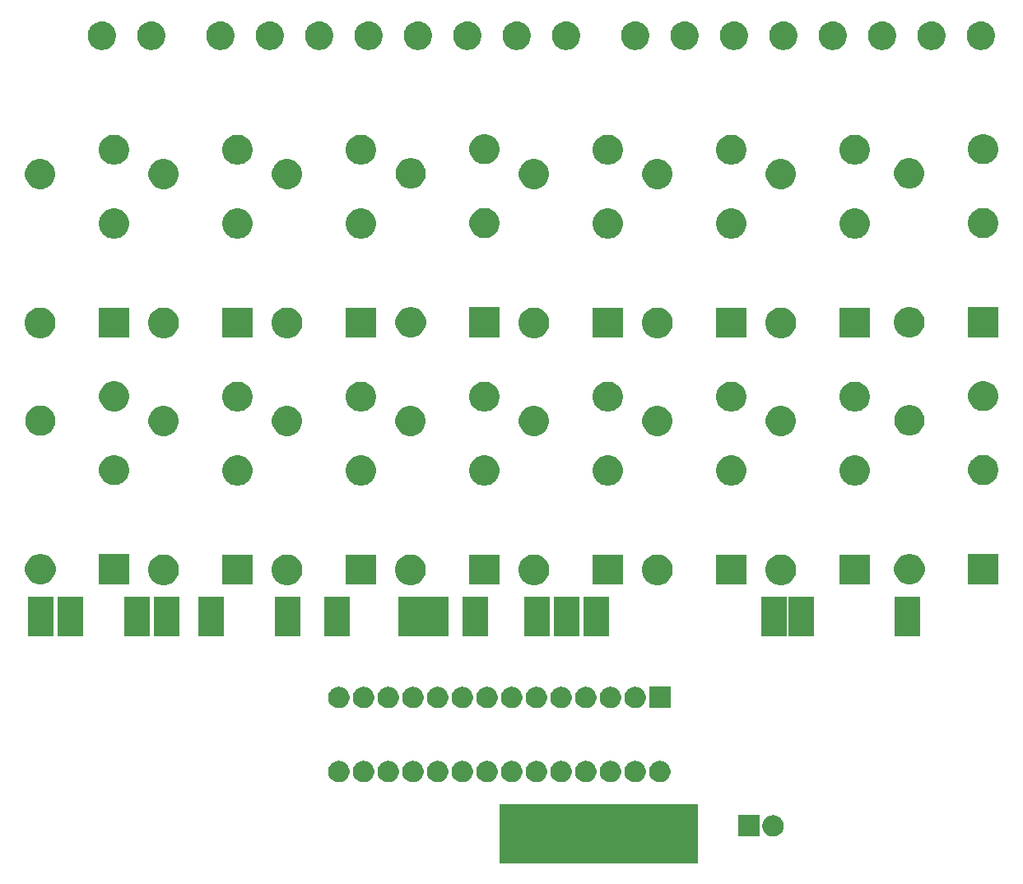
<source format=gbr>
G04 #@! TF.GenerationSoftware,KiCad,Pcbnew,(5.1.5)-3*
G04 #@! TF.CreationDate,2021-02-24T13:16:18+01:00*
G04 #@! TF.ProjectId,Projekt,50726f6a-656b-4742-9e6b-696361645f70,rev?*
G04 #@! TF.SameCoordinates,PX3778af0PY9765530*
G04 #@! TF.FileFunction,Soldermask,Bot*
G04 #@! TF.FilePolarity,Negative*
%FSLAX46Y46*%
G04 Gerber Fmt 4.6, Leading zero omitted, Abs format (unit mm)*
G04 Created by KiCad (PCBNEW (5.1.5)-3) date 2021-02-24 13:16:18*
%MOMM*%
%LPD*%
G04 APERTURE LIST*
%ADD10C,0.100000*%
G04 APERTURE END LIST*
D10*
G36*
X65766000Y31718000D02*
G01*
X63266000Y31718000D01*
X63266000Y27718000D01*
X65766000Y27718000D01*
X65766000Y31718000D01*
G37*
X65766000Y31718000D02*
X63266000Y31718000D01*
X63266000Y27718000D01*
X65766000Y27718000D01*
X65766000Y31718000D01*
G36*
X8616000Y31718000D02*
G01*
X6116000Y31718000D01*
X6116000Y27718000D01*
X8616000Y27718000D01*
X8616000Y31718000D01*
G37*
X8616000Y31718000D02*
X6116000Y31718000D01*
X6116000Y27718000D01*
X8616000Y27718000D01*
X8616000Y31718000D01*
G36*
X62718000Y31718000D02*
G01*
X60218000Y31718000D01*
X60218000Y27718000D01*
X62718000Y27718000D01*
X62718000Y31718000D01*
G37*
X62718000Y31718000D02*
X60218000Y31718000D01*
X60218000Y27718000D01*
X62718000Y27718000D01*
X62718000Y31718000D01*
G36*
X18522000Y31718000D02*
G01*
X16022000Y31718000D01*
X16022000Y27718000D01*
X18522000Y27718000D01*
X18522000Y31718000D01*
G37*
X18522000Y31718000D02*
X16022000Y31718000D01*
X16022000Y27718000D01*
X18522000Y27718000D01*
X18522000Y31718000D01*
G36*
X53320000Y31718000D02*
G01*
X50820000Y31718000D01*
X50820000Y27718000D01*
X53320000Y27718000D01*
X53320000Y31718000D01*
G37*
X53320000Y31718000D02*
X50820000Y31718000D01*
X50820000Y27718000D01*
X53320000Y27718000D01*
X53320000Y31718000D01*
G36*
X59670000Y31718000D02*
G01*
X57170000Y31718000D01*
X57170000Y27718000D01*
X59670000Y27718000D01*
X59670000Y31718000D01*
G37*
X59670000Y31718000D02*
X57170000Y31718000D01*
X57170000Y27718000D01*
X59670000Y27718000D01*
X59670000Y31718000D01*
G36*
X49256000Y31718000D02*
G01*
X46756000Y31718000D01*
X46756000Y27718000D01*
X49256000Y27718000D01*
X49256000Y31718000D01*
G37*
X49256000Y31718000D02*
X46756000Y31718000D01*
X46756000Y27718000D01*
X49256000Y27718000D01*
X49256000Y31718000D01*
G36*
X46716000Y31718000D02*
G01*
X44216000Y31718000D01*
X44216000Y27718000D01*
X46716000Y27718000D01*
X46716000Y31718000D01*
G37*
X46716000Y31718000D02*
X44216000Y31718000D01*
X44216000Y27718000D01*
X46716000Y27718000D01*
X46716000Y31718000D01*
G36*
X86848000Y31718000D02*
G01*
X84348000Y31718000D01*
X84348000Y27718000D01*
X86848000Y27718000D01*
X86848000Y31718000D01*
G37*
X86848000Y31718000D02*
X84348000Y31718000D01*
X84348000Y27718000D01*
X86848000Y27718000D01*
X86848000Y31718000D01*
G36*
X21570000Y31718000D02*
G01*
X19070000Y31718000D01*
X19070000Y27718000D01*
X21570000Y27718000D01*
X21570000Y31718000D01*
G37*
X21570000Y31718000D02*
X19070000Y31718000D01*
X19070000Y27718000D01*
X21570000Y27718000D01*
X21570000Y31718000D01*
G36*
X97770000Y31718000D02*
G01*
X95270000Y31718000D01*
X95270000Y27718000D01*
X97770000Y27718000D01*
X97770000Y31718000D01*
G37*
X97770000Y31718000D02*
X95270000Y31718000D01*
X95270000Y27718000D01*
X97770000Y27718000D01*
X97770000Y31718000D01*
G36*
X11664000Y31718000D02*
G01*
X9164000Y31718000D01*
X9164000Y27718000D01*
X11664000Y27718000D01*
X11664000Y31718000D01*
G37*
X11664000Y31718000D02*
X9164000Y31718000D01*
X9164000Y27718000D01*
X11664000Y27718000D01*
X11664000Y31718000D01*
G36*
X26142000Y31718000D02*
G01*
X23642000Y31718000D01*
X23642000Y27718000D01*
X26142000Y27718000D01*
X26142000Y31718000D01*
G37*
X26142000Y31718000D02*
X23642000Y31718000D01*
X23642000Y27718000D01*
X26142000Y27718000D01*
X26142000Y31718000D01*
G36*
X84054000Y31718000D02*
G01*
X81554000Y31718000D01*
X81554000Y27718000D01*
X84054000Y27718000D01*
X84054000Y31718000D01*
G37*
X84054000Y31718000D02*
X81554000Y31718000D01*
X81554000Y27718000D01*
X84054000Y27718000D01*
X84054000Y31718000D01*
G36*
X72370000Y10366000D02*
G01*
X69870000Y10366000D01*
X69870000Y4366000D01*
X72370000Y4366000D01*
X72370000Y10366000D01*
G37*
X72370000Y10366000D02*
X69870000Y10366000D01*
X69870000Y4366000D01*
X72370000Y4366000D01*
X72370000Y10366000D01*
G36*
X34016000Y31718000D02*
G01*
X31516000Y31718000D01*
X31516000Y27718000D01*
X34016000Y27718000D01*
X34016000Y31718000D01*
G37*
X34016000Y31718000D02*
X31516000Y31718000D01*
X31516000Y27718000D01*
X34016000Y27718000D01*
X34016000Y31718000D01*
G36*
X69830000Y10366000D02*
G01*
X67330000Y10366000D01*
X67330000Y4366000D01*
X69830000Y4366000D01*
X69830000Y10366000D01*
G37*
X69830000Y10366000D02*
X67330000Y10366000D01*
X67330000Y4366000D01*
X69830000Y4366000D01*
X69830000Y10366000D01*
G36*
X64750000Y10366000D02*
G01*
X62250000Y10366000D01*
X62250000Y4366000D01*
X64750000Y4366000D01*
X64750000Y10366000D01*
G37*
X64750000Y10366000D02*
X62250000Y10366000D01*
X62250000Y4366000D01*
X64750000Y4366000D01*
X64750000Y10366000D01*
G36*
X67290000Y10366000D02*
G01*
X64790000Y10366000D01*
X64790000Y4366000D01*
X67290000Y4366000D01*
X67290000Y10366000D01*
G37*
X67290000Y10366000D02*
X64790000Y10366000D01*
X64790000Y4366000D01*
X67290000Y4366000D01*
X67290000Y10366000D01*
G36*
X57130000Y10366000D02*
G01*
X54630000Y10366000D01*
X54630000Y4366000D01*
X57130000Y4366000D01*
X57130000Y10366000D01*
G37*
X57130000Y10366000D02*
X54630000Y10366000D01*
X54630000Y4366000D01*
X57130000Y4366000D01*
X57130000Y10366000D01*
G36*
X59670000Y10366000D02*
G01*
X57170000Y10366000D01*
X57170000Y4366000D01*
X59670000Y4366000D01*
X59670000Y10366000D01*
G37*
X59670000Y10366000D02*
X57170000Y10366000D01*
X57170000Y4366000D01*
X59670000Y4366000D01*
X59670000Y10366000D01*
G36*
X62210000Y10366000D02*
G01*
X59710000Y10366000D01*
X59710000Y4366000D01*
X62210000Y4366000D01*
X62210000Y10366000D01*
G37*
X62210000Y10366000D02*
X59710000Y10366000D01*
X59710000Y4366000D01*
X62210000Y4366000D01*
X62210000Y10366000D01*
G36*
X39096000Y31718000D02*
G01*
X36596000Y31718000D01*
X36596000Y27718000D01*
X39096000Y27718000D01*
X39096000Y31718000D01*
G37*
X39096000Y31718000D02*
X36596000Y31718000D01*
X36596000Y27718000D01*
X39096000Y27718000D01*
X39096000Y31718000D01*
G36*
X74910000Y10366000D02*
G01*
X72410000Y10366000D01*
X72410000Y4366000D01*
X74910000Y4366000D01*
X74910000Y10366000D01*
G37*
X74910000Y10366000D02*
X72410000Y10366000D01*
X72410000Y4366000D01*
X74910000Y4366000D01*
X74910000Y10366000D01*
G36*
X82978600Y9206863D02*
G01*
X83084860Y9185727D01*
X83285047Y9102807D01*
X83465209Y8982426D01*
X83618426Y8829209D01*
X83738807Y8649047D01*
X83821727Y8448860D01*
X83864000Y8236339D01*
X83864000Y8019661D01*
X83821727Y7807140D01*
X83738807Y7606953D01*
X83618426Y7426791D01*
X83465209Y7273574D01*
X83285047Y7153193D01*
X83084860Y7070273D01*
X82978599Y7049136D01*
X82872341Y7028000D01*
X82655659Y7028000D01*
X82549401Y7049136D01*
X82443140Y7070273D01*
X82242953Y7153193D01*
X82062791Y7273574D01*
X81909574Y7426791D01*
X81789193Y7606953D01*
X81706273Y7807140D01*
X81664000Y8019661D01*
X81664000Y8236339D01*
X81706273Y8448860D01*
X81789193Y8649047D01*
X81909574Y8829209D01*
X82062791Y8982426D01*
X82242953Y9102807D01*
X82443140Y9185727D01*
X82549400Y9206863D01*
X82655659Y9228000D01*
X82872341Y9228000D01*
X82978600Y9206863D01*
G37*
G36*
X81364000Y7028000D02*
G01*
X79164000Y7028000D01*
X79164000Y9228000D01*
X81364000Y9228000D01*
X81364000Y7028000D01*
G37*
G36*
X68794600Y14794863D02*
G01*
X68900860Y14773727D01*
X69101047Y14690807D01*
X69281209Y14570426D01*
X69434426Y14417209D01*
X69554807Y14237047D01*
X69637727Y14036860D01*
X69680000Y13824339D01*
X69680000Y13607661D01*
X69637727Y13395140D01*
X69554807Y13194953D01*
X69434426Y13014791D01*
X69281209Y12861574D01*
X69101047Y12741193D01*
X68900860Y12658273D01*
X68794599Y12637136D01*
X68688341Y12616000D01*
X68471659Y12616000D01*
X68365401Y12637136D01*
X68259140Y12658273D01*
X68058953Y12741193D01*
X67878791Y12861574D01*
X67725574Y13014791D01*
X67605193Y13194953D01*
X67522273Y13395140D01*
X67480000Y13607661D01*
X67480000Y13824339D01*
X67522273Y14036860D01*
X67605193Y14237047D01*
X67725574Y14417209D01*
X67878791Y14570426D01*
X68058953Y14690807D01*
X68259140Y14773727D01*
X68365400Y14794863D01*
X68471659Y14816000D01*
X68688341Y14816000D01*
X68794600Y14794863D01*
G37*
G36*
X45934600Y14794863D02*
G01*
X46040860Y14773727D01*
X46241047Y14690807D01*
X46421209Y14570426D01*
X46574426Y14417209D01*
X46694807Y14237047D01*
X46777727Y14036860D01*
X46820000Y13824339D01*
X46820000Y13607661D01*
X46777727Y13395140D01*
X46694807Y13194953D01*
X46574426Y13014791D01*
X46421209Y12861574D01*
X46241047Y12741193D01*
X46040860Y12658273D01*
X45934599Y12637136D01*
X45828341Y12616000D01*
X45611659Y12616000D01*
X45505401Y12637136D01*
X45399140Y12658273D01*
X45198953Y12741193D01*
X45018791Y12861574D01*
X44865574Y13014791D01*
X44745193Y13194953D01*
X44662273Y13395140D01*
X44620000Y13607661D01*
X44620000Y13824339D01*
X44662273Y14036860D01*
X44745193Y14237047D01*
X44865574Y14417209D01*
X45018791Y14570426D01*
X45198953Y14690807D01*
X45399140Y14773727D01*
X45505400Y14794863D01*
X45611659Y14816000D01*
X45828341Y14816000D01*
X45934600Y14794863D01*
G37*
G36*
X61174600Y14794863D02*
G01*
X61280860Y14773727D01*
X61481047Y14690807D01*
X61661209Y14570426D01*
X61814426Y14417209D01*
X61934807Y14237047D01*
X62017727Y14036860D01*
X62060000Y13824339D01*
X62060000Y13607661D01*
X62017727Y13395140D01*
X61934807Y13194953D01*
X61814426Y13014791D01*
X61661209Y12861574D01*
X61481047Y12741193D01*
X61280860Y12658273D01*
X61174599Y12637136D01*
X61068341Y12616000D01*
X60851659Y12616000D01*
X60745401Y12637136D01*
X60639140Y12658273D01*
X60438953Y12741193D01*
X60258791Y12861574D01*
X60105574Y13014791D01*
X59985193Y13194953D01*
X59902273Y13395140D01*
X59860000Y13607661D01*
X59860000Y13824339D01*
X59902273Y14036860D01*
X59985193Y14237047D01*
X60105574Y14417209D01*
X60258791Y14570426D01*
X60438953Y14690807D01*
X60639140Y14773727D01*
X60745400Y14794863D01*
X60851659Y14816000D01*
X61068341Y14816000D01*
X61174600Y14794863D01*
G37*
G36*
X58634600Y14794863D02*
G01*
X58740860Y14773727D01*
X58941047Y14690807D01*
X59121209Y14570426D01*
X59274426Y14417209D01*
X59394807Y14237047D01*
X59477727Y14036860D01*
X59520000Y13824339D01*
X59520000Y13607661D01*
X59477727Y13395140D01*
X59394807Y13194953D01*
X59274426Y13014791D01*
X59121209Y12861574D01*
X58941047Y12741193D01*
X58740860Y12658273D01*
X58634599Y12637136D01*
X58528341Y12616000D01*
X58311659Y12616000D01*
X58205401Y12637136D01*
X58099140Y12658273D01*
X57898953Y12741193D01*
X57718791Y12861574D01*
X57565574Y13014791D01*
X57445193Y13194953D01*
X57362273Y13395140D01*
X57320000Y13607661D01*
X57320000Y13824339D01*
X57362273Y14036860D01*
X57445193Y14237047D01*
X57565574Y14417209D01*
X57718791Y14570426D01*
X57898953Y14690807D01*
X58099140Y14773727D01*
X58205400Y14794863D01*
X58311659Y14816000D01*
X58528341Y14816000D01*
X58634600Y14794863D01*
G37*
G36*
X56094600Y14794863D02*
G01*
X56200860Y14773727D01*
X56401047Y14690807D01*
X56581209Y14570426D01*
X56734426Y14417209D01*
X56854807Y14237047D01*
X56937727Y14036860D01*
X56980000Y13824339D01*
X56980000Y13607661D01*
X56937727Y13395140D01*
X56854807Y13194953D01*
X56734426Y13014791D01*
X56581209Y12861574D01*
X56401047Y12741193D01*
X56200860Y12658273D01*
X56094599Y12637136D01*
X55988341Y12616000D01*
X55771659Y12616000D01*
X55665401Y12637136D01*
X55559140Y12658273D01*
X55358953Y12741193D01*
X55178791Y12861574D01*
X55025574Y13014791D01*
X54905193Y13194953D01*
X54822273Y13395140D01*
X54780000Y13607661D01*
X54780000Y13824339D01*
X54822273Y14036860D01*
X54905193Y14237047D01*
X55025574Y14417209D01*
X55178791Y14570426D01*
X55358953Y14690807D01*
X55559140Y14773727D01*
X55665400Y14794863D01*
X55771659Y14816000D01*
X55988341Y14816000D01*
X56094600Y14794863D01*
G37*
G36*
X53554600Y14794863D02*
G01*
X53660860Y14773727D01*
X53861047Y14690807D01*
X54041209Y14570426D01*
X54194426Y14417209D01*
X54314807Y14237047D01*
X54397727Y14036860D01*
X54440000Y13824339D01*
X54440000Y13607661D01*
X54397727Y13395140D01*
X54314807Y13194953D01*
X54194426Y13014791D01*
X54041209Y12861574D01*
X53861047Y12741193D01*
X53660860Y12658273D01*
X53554599Y12637136D01*
X53448341Y12616000D01*
X53231659Y12616000D01*
X53125401Y12637136D01*
X53019140Y12658273D01*
X52818953Y12741193D01*
X52638791Y12861574D01*
X52485574Y13014791D01*
X52365193Y13194953D01*
X52282273Y13395140D01*
X52240000Y13607661D01*
X52240000Y13824339D01*
X52282273Y14036860D01*
X52365193Y14237047D01*
X52485574Y14417209D01*
X52638791Y14570426D01*
X52818953Y14690807D01*
X53019140Y14773727D01*
X53125400Y14794863D01*
X53231659Y14816000D01*
X53448341Y14816000D01*
X53554600Y14794863D01*
G37*
G36*
X51014600Y14794863D02*
G01*
X51120860Y14773727D01*
X51321047Y14690807D01*
X51501209Y14570426D01*
X51654426Y14417209D01*
X51774807Y14237047D01*
X51857727Y14036860D01*
X51900000Y13824339D01*
X51900000Y13607661D01*
X51857727Y13395140D01*
X51774807Y13194953D01*
X51654426Y13014791D01*
X51501209Y12861574D01*
X51321047Y12741193D01*
X51120860Y12658273D01*
X51014599Y12637136D01*
X50908341Y12616000D01*
X50691659Y12616000D01*
X50585401Y12637136D01*
X50479140Y12658273D01*
X50278953Y12741193D01*
X50098791Y12861574D01*
X49945574Y13014791D01*
X49825193Y13194953D01*
X49742273Y13395140D01*
X49700000Y13607661D01*
X49700000Y13824339D01*
X49742273Y14036860D01*
X49825193Y14237047D01*
X49945574Y14417209D01*
X50098791Y14570426D01*
X50278953Y14690807D01*
X50479140Y14773727D01*
X50585400Y14794863D01*
X50691659Y14816000D01*
X50908341Y14816000D01*
X51014600Y14794863D01*
G37*
G36*
X48474600Y14794863D02*
G01*
X48580860Y14773727D01*
X48781047Y14690807D01*
X48961209Y14570426D01*
X49114426Y14417209D01*
X49234807Y14237047D01*
X49317727Y14036860D01*
X49360000Y13824339D01*
X49360000Y13607661D01*
X49317727Y13395140D01*
X49234807Y13194953D01*
X49114426Y13014791D01*
X48961209Y12861574D01*
X48781047Y12741193D01*
X48580860Y12658273D01*
X48474599Y12637136D01*
X48368341Y12616000D01*
X48151659Y12616000D01*
X48045401Y12637136D01*
X47939140Y12658273D01*
X47738953Y12741193D01*
X47558791Y12861574D01*
X47405574Y13014791D01*
X47285193Y13194953D01*
X47202273Y13395140D01*
X47160000Y13607661D01*
X47160000Y13824339D01*
X47202273Y14036860D01*
X47285193Y14237047D01*
X47405574Y14417209D01*
X47558791Y14570426D01*
X47738953Y14690807D01*
X47939140Y14773727D01*
X48045400Y14794863D01*
X48151659Y14816000D01*
X48368341Y14816000D01*
X48474600Y14794863D01*
G37*
G36*
X43394600Y14794863D02*
G01*
X43500860Y14773727D01*
X43701047Y14690807D01*
X43881209Y14570426D01*
X44034426Y14417209D01*
X44154807Y14237047D01*
X44237727Y14036860D01*
X44280000Y13824339D01*
X44280000Y13607661D01*
X44237727Y13395140D01*
X44154807Y13194953D01*
X44034426Y13014791D01*
X43881209Y12861574D01*
X43701047Y12741193D01*
X43500860Y12658273D01*
X43394599Y12637136D01*
X43288341Y12616000D01*
X43071659Y12616000D01*
X42965401Y12637136D01*
X42859140Y12658273D01*
X42658953Y12741193D01*
X42478791Y12861574D01*
X42325574Y13014791D01*
X42205193Y13194953D01*
X42122273Y13395140D01*
X42080000Y13607661D01*
X42080000Y13824339D01*
X42122273Y14036860D01*
X42205193Y14237047D01*
X42325574Y14417209D01*
X42478791Y14570426D01*
X42658953Y14690807D01*
X42859140Y14773727D01*
X42965400Y14794863D01*
X43071659Y14816000D01*
X43288341Y14816000D01*
X43394600Y14794863D01*
G37*
G36*
X40854600Y14794863D02*
G01*
X40960860Y14773727D01*
X41161047Y14690807D01*
X41341209Y14570426D01*
X41494426Y14417209D01*
X41614807Y14237047D01*
X41697727Y14036860D01*
X41740000Y13824339D01*
X41740000Y13607661D01*
X41697727Y13395140D01*
X41614807Y13194953D01*
X41494426Y13014791D01*
X41341209Y12861574D01*
X41161047Y12741193D01*
X40960860Y12658273D01*
X40854599Y12637136D01*
X40748341Y12616000D01*
X40531659Y12616000D01*
X40425401Y12637136D01*
X40319140Y12658273D01*
X40118953Y12741193D01*
X39938791Y12861574D01*
X39785574Y13014791D01*
X39665193Y13194953D01*
X39582273Y13395140D01*
X39540000Y13607661D01*
X39540000Y13824339D01*
X39582273Y14036860D01*
X39665193Y14237047D01*
X39785574Y14417209D01*
X39938791Y14570426D01*
X40118953Y14690807D01*
X40319140Y14773727D01*
X40425400Y14794863D01*
X40531659Y14816000D01*
X40748341Y14816000D01*
X40854600Y14794863D01*
G37*
G36*
X38314600Y14794863D02*
G01*
X38420860Y14773727D01*
X38621047Y14690807D01*
X38801209Y14570426D01*
X38954426Y14417209D01*
X39074807Y14237047D01*
X39157727Y14036860D01*
X39200000Y13824339D01*
X39200000Y13607661D01*
X39157727Y13395140D01*
X39074807Y13194953D01*
X38954426Y13014791D01*
X38801209Y12861574D01*
X38621047Y12741193D01*
X38420860Y12658273D01*
X38314599Y12637136D01*
X38208341Y12616000D01*
X37991659Y12616000D01*
X37885401Y12637136D01*
X37779140Y12658273D01*
X37578953Y12741193D01*
X37398791Y12861574D01*
X37245574Y13014791D01*
X37125193Y13194953D01*
X37042273Y13395140D01*
X37000000Y13607661D01*
X37000000Y13824339D01*
X37042273Y14036860D01*
X37125193Y14237047D01*
X37245574Y14417209D01*
X37398791Y14570426D01*
X37578953Y14690807D01*
X37779140Y14773727D01*
X37885400Y14794863D01*
X37991659Y14816000D01*
X38208341Y14816000D01*
X38314600Y14794863D01*
G37*
G36*
X71334600Y14794863D02*
G01*
X71440860Y14773727D01*
X71641047Y14690807D01*
X71821209Y14570426D01*
X71974426Y14417209D01*
X72094807Y14237047D01*
X72177727Y14036860D01*
X72220000Y13824339D01*
X72220000Y13607661D01*
X72177727Y13395140D01*
X72094807Y13194953D01*
X71974426Y13014791D01*
X71821209Y12861574D01*
X71641047Y12741193D01*
X71440860Y12658273D01*
X71334599Y12637136D01*
X71228341Y12616000D01*
X71011659Y12616000D01*
X70905401Y12637136D01*
X70799140Y12658273D01*
X70598953Y12741193D01*
X70418791Y12861574D01*
X70265574Y13014791D01*
X70145193Y13194953D01*
X70062273Y13395140D01*
X70020000Y13607661D01*
X70020000Y13824339D01*
X70062273Y14036860D01*
X70145193Y14237047D01*
X70265574Y14417209D01*
X70418791Y14570426D01*
X70598953Y14690807D01*
X70799140Y14773727D01*
X70905400Y14794863D01*
X71011659Y14816000D01*
X71228341Y14816000D01*
X71334600Y14794863D01*
G37*
G36*
X66254600Y14794863D02*
G01*
X66360860Y14773727D01*
X66561047Y14690807D01*
X66741209Y14570426D01*
X66894426Y14417209D01*
X67014807Y14237047D01*
X67097727Y14036860D01*
X67140000Y13824339D01*
X67140000Y13607661D01*
X67097727Y13395140D01*
X67014807Y13194953D01*
X66894426Y13014791D01*
X66741209Y12861574D01*
X66561047Y12741193D01*
X66360860Y12658273D01*
X66254599Y12637136D01*
X66148341Y12616000D01*
X65931659Y12616000D01*
X65825401Y12637136D01*
X65719140Y12658273D01*
X65518953Y12741193D01*
X65338791Y12861574D01*
X65185574Y13014791D01*
X65065193Y13194953D01*
X64982273Y13395140D01*
X64940000Y13607661D01*
X64940000Y13824339D01*
X64982273Y14036860D01*
X65065193Y14237047D01*
X65185574Y14417209D01*
X65338791Y14570426D01*
X65518953Y14690807D01*
X65719140Y14773727D01*
X65825400Y14794863D01*
X65931659Y14816000D01*
X66148341Y14816000D01*
X66254600Y14794863D01*
G37*
G36*
X63714600Y14794863D02*
G01*
X63820860Y14773727D01*
X64021047Y14690807D01*
X64201209Y14570426D01*
X64354426Y14417209D01*
X64474807Y14237047D01*
X64557727Y14036860D01*
X64600000Y13824339D01*
X64600000Y13607661D01*
X64557727Y13395140D01*
X64474807Y13194953D01*
X64354426Y13014791D01*
X64201209Y12861574D01*
X64021047Y12741193D01*
X63820860Y12658273D01*
X63714599Y12637136D01*
X63608341Y12616000D01*
X63391659Y12616000D01*
X63285401Y12637136D01*
X63179140Y12658273D01*
X62978953Y12741193D01*
X62798791Y12861574D01*
X62645574Y13014791D01*
X62525193Y13194953D01*
X62442273Y13395140D01*
X62400000Y13607661D01*
X62400000Y13824339D01*
X62442273Y14036860D01*
X62525193Y14237047D01*
X62645574Y14417209D01*
X62798791Y14570426D01*
X62978953Y14690807D01*
X63179140Y14773727D01*
X63285400Y14794863D01*
X63391659Y14816000D01*
X63608341Y14816000D01*
X63714600Y14794863D01*
G37*
G36*
X51014599Y22414864D02*
G01*
X51120860Y22393727D01*
X51321047Y22310807D01*
X51501209Y22190426D01*
X51654426Y22037209D01*
X51774807Y21857047D01*
X51857727Y21656860D01*
X51900000Y21444339D01*
X51900000Y21227661D01*
X51857727Y21015140D01*
X51774807Y20814953D01*
X51654426Y20634791D01*
X51501209Y20481574D01*
X51321047Y20361193D01*
X51120860Y20278273D01*
X51014599Y20257136D01*
X50908341Y20236000D01*
X50691659Y20236000D01*
X50585401Y20257136D01*
X50479140Y20278273D01*
X50278953Y20361193D01*
X50098791Y20481574D01*
X49945574Y20634791D01*
X49825193Y20814953D01*
X49742273Y21015140D01*
X49700000Y21227661D01*
X49700000Y21444339D01*
X49742273Y21656860D01*
X49825193Y21857047D01*
X49945574Y22037209D01*
X50098791Y22190426D01*
X50278953Y22310807D01*
X50479140Y22393727D01*
X50585401Y22414864D01*
X50691659Y22436000D01*
X50908341Y22436000D01*
X51014599Y22414864D01*
G37*
G36*
X72220000Y20236000D02*
G01*
X70020000Y20236000D01*
X70020000Y22436000D01*
X72220000Y22436000D01*
X72220000Y20236000D01*
G37*
G36*
X68794599Y22414864D02*
G01*
X68900860Y22393727D01*
X69101047Y22310807D01*
X69281209Y22190426D01*
X69434426Y22037209D01*
X69554807Y21857047D01*
X69637727Y21656860D01*
X69680000Y21444339D01*
X69680000Y21227661D01*
X69637727Y21015140D01*
X69554807Y20814953D01*
X69434426Y20634791D01*
X69281209Y20481574D01*
X69101047Y20361193D01*
X68900860Y20278273D01*
X68794599Y20257136D01*
X68688341Y20236000D01*
X68471659Y20236000D01*
X68365401Y20257136D01*
X68259140Y20278273D01*
X68058953Y20361193D01*
X67878791Y20481574D01*
X67725574Y20634791D01*
X67605193Y20814953D01*
X67522273Y21015140D01*
X67480000Y21227661D01*
X67480000Y21444339D01*
X67522273Y21656860D01*
X67605193Y21857047D01*
X67725574Y22037209D01*
X67878791Y22190426D01*
X68058953Y22310807D01*
X68259140Y22393727D01*
X68365401Y22414864D01*
X68471659Y22436000D01*
X68688341Y22436000D01*
X68794599Y22414864D01*
G37*
G36*
X66254599Y22414864D02*
G01*
X66360860Y22393727D01*
X66561047Y22310807D01*
X66741209Y22190426D01*
X66894426Y22037209D01*
X67014807Y21857047D01*
X67097727Y21656860D01*
X67140000Y21444339D01*
X67140000Y21227661D01*
X67097727Y21015140D01*
X67014807Y20814953D01*
X66894426Y20634791D01*
X66741209Y20481574D01*
X66561047Y20361193D01*
X66360860Y20278273D01*
X66254599Y20257136D01*
X66148341Y20236000D01*
X65931659Y20236000D01*
X65825401Y20257136D01*
X65719140Y20278273D01*
X65518953Y20361193D01*
X65338791Y20481574D01*
X65185574Y20634791D01*
X65065193Y20814953D01*
X64982273Y21015140D01*
X64940000Y21227661D01*
X64940000Y21444339D01*
X64982273Y21656860D01*
X65065193Y21857047D01*
X65185574Y22037209D01*
X65338791Y22190426D01*
X65518953Y22310807D01*
X65719140Y22393727D01*
X65825401Y22414864D01*
X65931659Y22436000D01*
X66148341Y22436000D01*
X66254599Y22414864D01*
G37*
G36*
X63714599Y22414864D02*
G01*
X63820860Y22393727D01*
X64021047Y22310807D01*
X64201209Y22190426D01*
X64354426Y22037209D01*
X64474807Y21857047D01*
X64557727Y21656860D01*
X64600000Y21444339D01*
X64600000Y21227661D01*
X64557727Y21015140D01*
X64474807Y20814953D01*
X64354426Y20634791D01*
X64201209Y20481574D01*
X64021047Y20361193D01*
X63820860Y20278273D01*
X63714599Y20257136D01*
X63608341Y20236000D01*
X63391659Y20236000D01*
X63285401Y20257136D01*
X63179140Y20278273D01*
X62978953Y20361193D01*
X62798791Y20481574D01*
X62645574Y20634791D01*
X62525193Y20814953D01*
X62442273Y21015140D01*
X62400000Y21227661D01*
X62400000Y21444339D01*
X62442273Y21656860D01*
X62525193Y21857047D01*
X62645574Y22037209D01*
X62798791Y22190426D01*
X62978953Y22310807D01*
X63179140Y22393727D01*
X63285401Y22414864D01*
X63391659Y22436000D01*
X63608341Y22436000D01*
X63714599Y22414864D01*
G37*
G36*
X38314599Y22414864D02*
G01*
X38420860Y22393727D01*
X38621047Y22310807D01*
X38801209Y22190426D01*
X38954426Y22037209D01*
X39074807Y21857047D01*
X39157727Y21656860D01*
X39200000Y21444339D01*
X39200000Y21227661D01*
X39157727Y21015140D01*
X39074807Y20814953D01*
X38954426Y20634791D01*
X38801209Y20481574D01*
X38621047Y20361193D01*
X38420860Y20278273D01*
X38314599Y20257136D01*
X38208341Y20236000D01*
X37991659Y20236000D01*
X37885401Y20257136D01*
X37779140Y20278273D01*
X37578953Y20361193D01*
X37398791Y20481574D01*
X37245574Y20634791D01*
X37125193Y20814953D01*
X37042273Y21015140D01*
X37000000Y21227661D01*
X37000000Y21444339D01*
X37042273Y21656860D01*
X37125193Y21857047D01*
X37245574Y22037209D01*
X37398791Y22190426D01*
X37578953Y22310807D01*
X37779140Y22393727D01*
X37885401Y22414864D01*
X37991659Y22436000D01*
X38208341Y22436000D01*
X38314599Y22414864D01*
G37*
G36*
X43394599Y22414864D02*
G01*
X43500860Y22393727D01*
X43701047Y22310807D01*
X43881209Y22190426D01*
X44034426Y22037209D01*
X44154807Y21857047D01*
X44237727Y21656860D01*
X44280000Y21444339D01*
X44280000Y21227661D01*
X44237727Y21015140D01*
X44154807Y20814953D01*
X44034426Y20634791D01*
X43881209Y20481574D01*
X43701047Y20361193D01*
X43500860Y20278273D01*
X43394599Y20257136D01*
X43288341Y20236000D01*
X43071659Y20236000D01*
X42965401Y20257136D01*
X42859140Y20278273D01*
X42658953Y20361193D01*
X42478791Y20481574D01*
X42325574Y20634791D01*
X42205193Y20814953D01*
X42122273Y21015140D01*
X42080000Y21227661D01*
X42080000Y21444339D01*
X42122273Y21656860D01*
X42205193Y21857047D01*
X42325574Y22037209D01*
X42478791Y22190426D01*
X42658953Y22310807D01*
X42859140Y22393727D01*
X42965401Y22414864D01*
X43071659Y22436000D01*
X43288341Y22436000D01*
X43394599Y22414864D01*
G37*
G36*
X45934599Y22414864D02*
G01*
X46040860Y22393727D01*
X46241047Y22310807D01*
X46421209Y22190426D01*
X46574426Y22037209D01*
X46694807Y21857047D01*
X46777727Y21656860D01*
X46820000Y21444339D01*
X46820000Y21227661D01*
X46777727Y21015140D01*
X46694807Y20814953D01*
X46574426Y20634791D01*
X46421209Y20481574D01*
X46241047Y20361193D01*
X46040860Y20278273D01*
X45934599Y20257136D01*
X45828341Y20236000D01*
X45611659Y20236000D01*
X45505401Y20257136D01*
X45399140Y20278273D01*
X45198953Y20361193D01*
X45018791Y20481574D01*
X44865574Y20634791D01*
X44745193Y20814953D01*
X44662273Y21015140D01*
X44620000Y21227661D01*
X44620000Y21444339D01*
X44662273Y21656860D01*
X44745193Y21857047D01*
X44865574Y22037209D01*
X45018791Y22190426D01*
X45198953Y22310807D01*
X45399140Y22393727D01*
X45505401Y22414864D01*
X45611659Y22436000D01*
X45828341Y22436000D01*
X45934599Y22414864D01*
G37*
G36*
X48474599Y22414864D02*
G01*
X48580860Y22393727D01*
X48781047Y22310807D01*
X48961209Y22190426D01*
X49114426Y22037209D01*
X49234807Y21857047D01*
X49317727Y21656860D01*
X49360000Y21444339D01*
X49360000Y21227661D01*
X49317727Y21015140D01*
X49234807Y20814953D01*
X49114426Y20634791D01*
X48961209Y20481574D01*
X48781047Y20361193D01*
X48580860Y20278273D01*
X48474599Y20257136D01*
X48368341Y20236000D01*
X48151659Y20236000D01*
X48045401Y20257136D01*
X47939140Y20278273D01*
X47738953Y20361193D01*
X47558791Y20481574D01*
X47405574Y20634791D01*
X47285193Y20814953D01*
X47202273Y21015140D01*
X47160000Y21227661D01*
X47160000Y21444339D01*
X47202273Y21656860D01*
X47285193Y21857047D01*
X47405574Y22037209D01*
X47558791Y22190426D01*
X47738953Y22310807D01*
X47939140Y22393727D01*
X48045401Y22414864D01*
X48151659Y22436000D01*
X48368341Y22436000D01*
X48474599Y22414864D01*
G37*
G36*
X40854599Y22414864D02*
G01*
X40960860Y22393727D01*
X41161047Y22310807D01*
X41341209Y22190426D01*
X41494426Y22037209D01*
X41614807Y21857047D01*
X41697727Y21656860D01*
X41740000Y21444339D01*
X41740000Y21227661D01*
X41697727Y21015140D01*
X41614807Y20814953D01*
X41494426Y20634791D01*
X41341209Y20481574D01*
X41161047Y20361193D01*
X40960860Y20278273D01*
X40854599Y20257136D01*
X40748341Y20236000D01*
X40531659Y20236000D01*
X40425401Y20257136D01*
X40319140Y20278273D01*
X40118953Y20361193D01*
X39938791Y20481574D01*
X39785574Y20634791D01*
X39665193Y20814953D01*
X39582273Y21015140D01*
X39540000Y21227661D01*
X39540000Y21444339D01*
X39582273Y21656860D01*
X39665193Y21857047D01*
X39785574Y22037209D01*
X39938791Y22190426D01*
X40118953Y22310807D01*
X40319140Y22393727D01*
X40425401Y22414864D01*
X40531659Y22436000D01*
X40748341Y22436000D01*
X40854599Y22414864D01*
G37*
G36*
X56094599Y22414864D02*
G01*
X56200860Y22393727D01*
X56401047Y22310807D01*
X56581209Y22190426D01*
X56734426Y22037209D01*
X56854807Y21857047D01*
X56937727Y21656860D01*
X56980000Y21444339D01*
X56980000Y21227661D01*
X56937727Y21015140D01*
X56854807Y20814953D01*
X56734426Y20634791D01*
X56581209Y20481574D01*
X56401047Y20361193D01*
X56200860Y20278273D01*
X56094599Y20257136D01*
X55988341Y20236000D01*
X55771659Y20236000D01*
X55665401Y20257136D01*
X55559140Y20278273D01*
X55358953Y20361193D01*
X55178791Y20481574D01*
X55025574Y20634791D01*
X54905193Y20814953D01*
X54822273Y21015140D01*
X54780000Y21227661D01*
X54780000Y21444339D01*
X54822273Y21656860D01*
X54905193Y21857047D01*
X55025574Y22037209D01*
X55178791Y22190426D01*
X55358953Y22310807D01*
X55559140Y22393727D01*
X55665401Y22414864D01*
X55771659Y22436000D01*
X55988341Y22436000D01*
X56094599Y22414864D01*
G37*
G36*
X58634599Y22414864D02*
G01*
X58740860Y22393727D01*
X58941047Y22310807D01*
X59121209Y22190426D01*
X59274426Y22037209D01*
X59394807Y21857047D01*
X59477727Y21656860D01*
X59520000Y21444339D01*
X59520000Y21227661D01*
X59477727Y21015140D01*
X59394807Y20814953D01*
X59274426Y20634791D01*
X59121209Y20481574D01*
X58941047Y20361193D01*
X58740860Y20278273D01*
X58634599Y20257136D01*
X58528341Y20236000D01*
X58311659Y20236000D01*
X58205401Y20257136D01*
X58099140Y20278273D01*
X57898953Y20361193D01*
X57718791Y20481574D01*
X57565574Y20634791D01*
X57445193Y20814953D01*
X57362273Y21015140D01*
X57320000Y21227661D01*
X57320000Y21444339D01*
X57362273Y21656860D01*
X57445193Y21857047D01*
X57565574Y22037209D01*
X57718791Y22190426D01*
X57898953Y22310807D01*
X58099140Y22393727D01*
X58205401Y22414864D01*
X58311659Y22436000D01*
X58528341Y22436000D01*
X58634599Y22414864D01*
G37*
G36*
X61174599Y22414864D02*
G01*
X61280860Y22393727D01*
X61481047Y22310807D01*
X61661209Y22190426D01*
X61814426Y22037209D01*
X61934807Y21857047D01*
X62017727Y21656860D01*
X62060000Y21444339D01*
X62060000Y21227661D01*
X62017727Y21015140D01*
X61934807Y20814953D01*
X61814426Y20634791D01*
X61661209Y20481574D01*
X61481047Y20361193D01*
X61280860Y20278273D01*
X61174599Y20257136D01*
X61068341Y20236000D01*
X60851659Y20236000D01*
X60745401Y20257136D01*
X60639140Y20278273D01*
X60438953Y20361193D01*
X60258791Y20481574D01*
X60105574Y20634791D01*
X59985193Y20814953D01*
X59902273Y21015140D01*
X59860000Y21227661D01*
X59860000Y21444339D01*
X59902273Y21656860D01*
X59985193Y21857047D01*
X60105574Y22037209D01*
X60258791Y22190426D01*
X60438953Y22310807D01*
X60639140Y22393727D01*
X60745401Y22414864D01*
X60851659Y22436000D01*
X61068341Y22436000D01*
X61174599Y22414864D01*
G37*
G36*
X53554599Y22414864D02*
G01*
X53660860Y22393727D01*
X53861047Y22310807D01*
X54041209Y22190426D01*
X54194426Y22037209D01*
X54314807Y21857047D01*
X54397727Y21656860D01*
X54440000Y21444339D01*
X54440000Y21227661D01*
X54397727Y21015140D01*
X54314807Y20814953D01*
X54194426Y20634791D01*
X54041209Y20481574D01*
X53861047Y20361193D01*
X53660860Y20278273D01*
X53554599Y20257136D01*
X53448341Y20236000D01*
X53231659Y20236000D01*
X53125401Y20257136D01*
X53019140Y20278273D01*
X52818953Y20361193D01*
X52638791Y20481574D01*
X52485574Y20634791D01*
X52365193Y20814953D01*
X52282273Y21015140D01*
X52240000Y21227661D01*
X52240000Y21444339D01*
X52282273Y21656860D01*
X52365193Y21857047D01*
X52485574Y22037209D01*
X52638791Y22190426D01*
X52818953Y22310807D01*
X53019140Y22393727D01*
X53125401Y22414864D01*
X53231659Y22436000D01*
X53448341Y22436000D01*
X53554599Y22414864D01*
G37*
G36*
X58623952Y35993666D02*
G01*
X58909674Y35875316D01*
X59166817Y35703499D01*
X59385499Y35484817D01*
X59557316Y35227674D01*
X59675666Y34941952D01*
X59736000Y34638632D01*
X59736000Y34329368D01*
X59675666Y34026048D01*
X59557316Y33740326D01*
X59385499Y33483183D01*
X59166817Y33264501D01*
X58909674Y33092684D01*
X58623952Y32974334D01*
X58320632Y32914000D01*
X58011368Y32914000D01*
X57708048Y32974334D01*
X57422326Y33092684D01*
X57165183Y33264501D01*
X56946501Y33483183D01*
X56774684Y33740326D01*
X56656334Y34026048D01*
X56596000Y34329368D01*
X56596000Y34638632D01*
X56656334Y34941952D01*
X56774684Y35227674D01*
X56946501Y35484817D01*
X57165183Y35703499D01*
X57422326Y35875316D01*
X57708048Y35993666D01*
X58011368Y36054000D01*
X58320632Y36054000D01*
X58623952Y35993666D01*
G37*
G36*
X71323952Y35993666D02*
G01*
X71609674Y35875316D01*
X71866817Y35703499D01*
X72085499Y35484817D01*
X72257316Y35227674D01*
X72375666Y34941952D01*
X72436000Y34638632D01*
X72436000Y34329368D01*
X72375666Y34026048D01*
X72257316Y33740326D01*
X72085499Y33483183D01*
X71866817Y33264501D01*
X71609674Y33092684D01*
X71323952Y32974334D01*
X71020632Y32914000D01*
X70711368Y32914000D01*
X70408048Y32974334D01*
X70122326Y33092684D01*
X69865183Y33264501D01*
X69646501Y33483183D01*
X69474684Y33740326D01*
X69356334Y34026048D01*
X69296000Y34329368D01*
X69296000Y34638632D01*
X69356334Y34941952D01*
X69474684Y35227674D01*
X69646501Y35484817D01*
X69865183Y35703499D01*
X70122326Y35875316D01*
X70408048Y35993666D01*
X70711368Y36054000D01*
X71020632Y36054000D01*
X71323952Y35993666D01*
G37*
G36*
X45923952Y35993666D02*
G01*
X46209674Y35875316D01*
X46466817Y35703499D01*
X46685499Y35484817D01*
X46857316Y35227674D01*
X46975666Y34941952D01*
X47036000Y34638632D01*
X47036000Y34329368D01*
X46975666Y34026048D01*
X46857316Y33740326D01*
X46685499Y33483183D01*
X46466817Y33264501D01*
X46209674Y33092684D01*
X45923952Y32974334D01*
X45620632Y32914000D01*
X45311368Y32914000D01*
X45008048Y32974334D01*
X44722326Y33092684D01*
X44465183Y33264501D01*
X44246501Y33483183D01*
X44074684Y33740326D01*
X43956334Y34026048D01*
X43896000Y34329368D01*
X43896000Y34638632D01*
X43956334Y34941952D01*
X44074684Y35227674D01*
X44246501Y35484817D01*
X44465183Y35703499D01*
X44722326Y35875316D01*
X45008048Y35993666D01*
X45311368Y36054000D01*
X45620632Y36054000D01*
X45923952Y35993666D01*
G37*
G36*
X20523952Y35993666D02*
G01*
X20809674Y35875316D01*
X21066817Y35703499D01*
X21285499Y35484817D01*
X21457316Y35227674D01*
X21575666Y34941952D01*
X21636000Y34638632D01*
X21636000Y34329368D01*
X21575666Y34026048D01*
X21457316Y33740326D01*
X21285499Y33483183D01*
X21066817Y33264501D01*
X20809674Y33092684D01*
X20523952Y32974334D01*
X20220632Y32914000D01*
X19911368Y32914000D01*
X19608048Y32974334D01*
X19322326Y33092684D01*
X19065183Y33264501D01*
X18846501Y33483183D01*
X18674684Y33740326D01*
X18556334Y34026048D01*
X18496000Y34329368D01*
X18496000Y34638632D01*
X18556334Y34941952D01*
X18674684Y35227674D01*
X18846501Y35484817D01*
X19065183Y35703499D01*
X19322326Y35875316D01*
X19608048Y35993666D01*
X19911368Y36054000D01*
X20220632Y36054000D01*
X20523952Y35993666D01*
G37*
G36*
X33223952Y35993666D02*
G01*
X33509674Y35875316D01*
X33766817Y35703499D01*
X33985499Y35484817D01*
X34157316Y35227674D01*
X34275666Y34941952D01*
X34336000Y34638632D01*
X34336000Y34329368D01*
X34275666Y34026048D01*
X34157316Y33740326D01*
X33985499Y33483183D01*
X33766817Y33264501D01*
X33509674Y33092684D01*
X33223952Y32974334D01*
X32920632Y32914000D01*
X32611368Y32914000D01*
X32308048Y32974334D01*
X32022326Y33092684D01*
X31765183Y33264501D01*
X31546501Y33483183D01*
X31374684Y33740326D01*
X31256334Y34026048D01*
X31196000Y34329368D01*
X31196000Y34638632D01*
X31256334Y34941952D01*
X31374684Y35227674D01*
X31546501Y35484817D01*
X31765183Y35703499D01*
X32022326Y35875316D01*
X32308048Y35993666D01*
X32611368Y36054000D01*
X32920632Y36054000D01*
X33223952Y35993666D01*
G37*
G36*
X84023952Y35993666D02*
G01*
X84309674Y35875316D01*
X84566817Y35703499D01*
X84785499Y35484817D01*
X84957316Y35227674D01*
X85075666Y34941952D01*
X85136000Y34638632D01*
X85136000Y34329368D01*
X85075666Y34026048D01*
X84957316Y33740326D01*
X84785499Y33483183D01*
X84566817Y33264501D01*
X84309674Y33092684D01*
X84023952Y32974334D01*
X83720632Y32914000D01*
X83411368Y32914000D01*
X83108048Y32974334D01*
X82822326Y33092684D01*
X82565183Y33264501D01*
X82346501Y33483183D01*
X82174684Y33740326D01*
X82056334Y34026048D01*
X81996000Y34329368D01*
X81996000Y34638632D01*
X82056334Y34941952D01*
X82174684Y35227674D01*
X82346501Y35484817D01*
X82565183Y35703499D01*
X82822326Y35875316D01*
X83108048Y35993666D01*
X83411368Y36054000D01*
X83720632Y36054000D01*
X84023952Y35993666D01*
G37*
G36*
X92716000Y32934000D02*
G01*
X89616000Y32934000D01*
X89616000Y36034000D01*
X92716000Y36034000D01*
X92716000Y32934000D01*
G37*
G36*
X29216000Y32934000D02*
G01*
X26116000Y32934000D01*
X26116000Y36034000D01*
X29216000Y36034000D01*
X29216000Y32934000D01*
G37*
G36*
X80016000Y32934000D02*
G01*
X76916000Y32934000D01*
X76916000Y36034000D01*
X80016000Y36034000D01*
X80016000Y32934000D01*
G37*
G36*
X67316000Y32934000D02*
G01*
X64216000Y32934000D01*
X64216000Y36034000D01*
X67316000Y36034000D01*
X67316000Y32934000D01*
G37*
G36*
X54616000Y32934000D02*
G01*
X51516000Y32934000D01*
X51516000Y36034000D01*
X54616000Y36034000D01*
X54616000Y32934000D01*
G37*
G36*
X41916000Y32934000D02*
G01*
X38816000Y32934000D01*
X38816000Y36034000D01*
X41916000Y36034000D01*
X41916000Y32934000D01*
G37*
G36*
X7843952Y36033666D02*
G01*
X8129674Y35915316D01*
X8386817Y35743499D01*
X8605499Y35524817D01*
X8777316Y35267674D01*
X8895666Y34981952D01*
X8956000Y34678632D01*
X8956000Y34369368D01*
X8895666Y34066048D01*
X8777316Y33780326D01*
X8605499Y33523183D01*
X8386817Y33304501D01*
X8129674Y33132684D01*
X7843952Y33014334D01*
X7540632Y32954000D01*
X7231368Y32954000D01*
X6928048Y33014334D01*
X6642326Y33132684D01*
X6385183Y33304501D01*
X6166501Y33523183D01*
X5994684Y33780326D01*
X5876334Y34066048D01*
X5816000Y34369368D01*
X5816000Y34678632D01*
X5876334Y34981952D01*
X5994684Y35267674D01*
X6166501Y35524817D01*
X6385183Y35743499D01*
X6642326Y35915316D01*
X6928048Y36033666D01*
X7231368Y36094000D01*
X7540632Y36094000D01*
X7843952Y36033666D01*
G37*
G36*
X97251952Y36053666D02*
G01*
X97537674Y35935316D01*
X97794817Y35763499D01*
X98013499Y35544817D01*
X98185316Y35287674D01*
X98303666Y35001952D01*
X98364000Y34698632D01*
X98364000Y34389368D01*
X98303666Y34086048D01*
X98185316Y33800326D01*
X98013499Y33543183D01*
X97794817Y33324501D01*
X97537674Y33152684D01*
X97251952Y33034334D01*
X96948632Y32974000D01*
X96639368Y32974000D01*
X96336048Y33034334D01*
X96050326Y33152684D01*
X95793183Y33324501D01*
X95574501Y33543183D01*
X95402684Y33800326D01*
X95284334Y34086048D01*
X95224000Y34389368D01*
X95224000Y34698632D01*
X95284334Y35001952D01*
X95402684Y35287674D01*
X95574501Y35544817D01*
X95793183Y35763499D01*
X96050326Y35935316D01*
X96336048Y36053666D01*
X96639368Y36114000D01*
X96948632Y36114000D01*
X97251952Y36053666D01*
G37*
G36*
X16536000Y32974000D02*
G01*
X13436000Y32974000D01*
X13436000Y36074000D01*
X16536000Y36074000D01*
X16536000Y32974000D01*
G37*
G36*
X105944000Y32994000D02*
G01*
X102844000Y32994000D01*
X102844000Y36094000D01*
X105944000Y36094000D01*
X105944000Y32994000D01*
G37*
G36*
X53518118Y46174435D02*
G01*
X53518121Y46174434D01*
X53518120Y46174434D01*
X53800199Y46057593D01*
X53800200Y46057592D01*
X54054068Y45887964D01*
X54269964Y45672068D01*
X54383049Y45502823D01*
X54439593Y45418199D01*
X54529965Y45200021D01*
X54556435Y45136118D01*
X54616000Y44836662D01*
X54616000Y44531338D01*
X54556435Y44231882D01*
X54556434Y44231880D01*
X54439593Y43949801D01*
X54439592Y43949800D01*
X54269964Y43695932D01*
X54054068Y43480036D01*
X53889997Y43370408D01*
X53800199Y43310407D01*
X53662970Y43253565D01*
X53518118Y43193565D01*
X53218662Y43134000D01*
X52913338Y43134000D01*
X52613882Y43193565D01*
X52469030Y43253565D01*
X52331801Y43310407D01*
X52242003Y43370408D01*
X52077932Y43480036D01*
X51862036Y43695932D01*
X51692408Y43949800D01*
X51692407Y43949801D01*
X51575566Y44231880D01*
X51575565Y44231882D01*
X51516000Y44531338D01*
X51516000Y44836662D01*
X51575565Y45136118D01*
X51602035Y45200021D01*
X51692407Y45418199D01*
X51748951Y45502823D01*
X51862036Y45672068D01*
X52077932Y45887964D01*
X52331800Y46057592D01*
X52331801Y46057593D01*
X52613880Y46174434D01*
X52613879Y46174434D01*
X52613882Y46174435D01*
X52913338Y46234000D01*
X53218662Y46234000D01*
X53518118Y46174435D01*
G37*
G36*
X40818118Y46174435D02*
G01*
X40818121Y46174434D01*
X40818120Y46174434D01*
X41100199Y46057593D01*
X41100200Y46057592D01*
X41354068Y45887964D01*
X41569964Y45672068D01*
X41683049Y45502823D01*
X41739593Y45418199D01*
X41829965Y45200021D01*
X41856435Y45136118D01*
X41916000Y44836662D01*
X41916000Y44531338D01*
X41856435Y44231882D01*
X41856434Y44231880D01*
X41739593Y43949801D01*
X41739592Y43949800D01*
X41569964Y43695932D01*
X41354068Y43480036D01*
X41189997Y43370408D01*
X41100199Y43310407D01*
X40962970Y43253565D01*
X40818118Y43193565D01*
X40518662Y43134000D01*
X40213338Y43134000D01*
X39913882Y43193565D01*
X39769030Y43253565D01*
X39631801Y43310407D01*
X39542003Y43370408D01*
X39377932Y43480036D01*
X39162036Y43695932D01*
X38992408Y43949800D01*
X38992407Y43949801D01*
X38875566Y44231880D01*
X38875565Y44231882D01*
X38816000Y44531338D01*
X38816000Y44836662D01*
X38875565Y45136118D01*
X38902035Y45200021D01*
X38992407Y45418199D01*
X39048951Y45502823D01*
X39162036Y45672068D01*
X39377932Y45887964D01*
X39631800Y46057592D01*
X39631801Y46057593D01*
X39913880Y46174434D01*
X39913879Y46174434D01*
X39913882Y46174435D01*
X40213338Y46234000D01*
X40518662Y46234000D01*
X40818118Y46174435D01*
G37*
G36*
X78918118Y46174435D02*
G01*
X78918121Y46174434D01*
X78918120Y46174434D01*
X79200199Y46057593D01*
X79200200Y46057592D01*
X79454068Y45887964D01*
X79669964Y45672068D01*
X79783049Y45502823D01*
X79839593Y45418199D01*
X79929965Y45200021D01*
X79956435Y45136118D01*
X80016000Y44836662D01*
X80016000Y44531338D01*
X79956435Y44231882D01*
X79956434Y44231880D01*
X79839593Y43949801D01*
X79839592Y43949800D01*
X79669964Y43695932D01*
X79454068Y43480036D01*
X79289997Y43370408D01*
X79200199Y43310407D01*
X79062970Y43253565D01*
X78918118Y43193565D01*
X78618662Y43134000D01*
X78313338Y43134000D01*
X78013882Y43193565D01*
X77869030Y43253565D01*
X77731801Y43310407D01*
X77642003Y43370408D01*
X77477932Y43480036D01*
X77262036Y43695932D01*
X77092408Y43949800D01*
X77092407Y43949801D01*
X76975566Y44231880D01*
X76975565Y44231882D01*
X76916000Y44531338D01*
X76916000Y44836662D01*
X76975565Y45136118D01*
X77002035Y45200021D01*
X77092407Y45418199D01*
X77148951Y45502823D01*
X77262036Y45672068D01*
X77477932Y45887964D01*
X77731800Y46057592D01*
X77731801Y46057593D01*
X78013880Y46174434D01*
X78013879Y46174434D01*
X78013882Y46174435D01*
X78313338Y46234000D01*
X78618662Y46234000D01*
X78918118Y46174435D01*
G37*
G36*
X91618118Y46174435D02*
G01*
X91618121Y46174434D01*
X91618120Y46174434D01*
X91900199Y46057593D01*
X91900200Y46057592D01*
X92154068Y45887964D01*
X92369964Y45672068D01*
X92483049Y45502823D01*
X92539593Y45418199D01*
X92629965Y45200021D01*
X92656435Y45136118D01*
X92716000Y44836662D01*
X92716000Y44531338D01*
X92656435Y44231882D01*
X92656434Y44231880D01*
X92539593Y43949801D01*
X92539592Y43949800D01*
X92369964Y43695932D01*
X92154068Y43480036D01*
X91989997Y43370408D01*
X91900199Y43310407D01*
X91762970Y43253565D01*
X91618118Y43193565D01*
X91318662Y43134000D01*
X91013338Y43134000D01*
X90713882Y43193565D01*
X90569030Y43253565D01*
X90431801Y43310407D01*
X90342003Y43370408D01*
X90177932Y43480036D01*
X89962036Y43695932D01*
X89792408Y43949800D01*
X89792407Y43949801D01*
X89675566Y44231880D01*
X89675565Y44231882D01*
X89616000Y44531338D01*
X89616000Y44836662D01*
X89675565Y45136118D01*
X89702035Y45200021D01*
X89792407Y45418199D01*
X89848951Y45502823D01*
X89962036Y45672068D01*
X90177932Y45887964D01*
X90431800Y46057592D01*
X90431801Y46057593D01*
X90713880Y46174434D01*
X90713879Y46174434D01*
X90713882Y46174435D01*
X91013338Y46234000D01*
X91318662Y46234000D01*
X91618118Y46174435D01*
G37*
G36*
X66218118Y46174435D02*
G01*
X66218121Y46174434D01*
X66218120Y46174434D01*
X66500199Y46057593D01*
X66500200Y46057592D01*
X66754068Y45887964D01*
X66969964Y45672068D01*
X67083049Y45502823D01*
X67139593Y45418199D01*
X67229965Y45200021D01*
X67256435Y45136118D01*
X67316000Y44836662D01*
X67316000Y44531338D01*
X67256435Y44231882D01*
X67256434Y44231880D01*
X67139593Y43949801D01*
X67139592Y43949800D01*
X66969964Y43695932D01*
X66754068Y43480036D01*
X66589997Y43370408D01*
X66500199Y43310407D01*
X66362970Y43253565D01*
X66218118Y43193565D01*
X65918662Y43134000D01*
X65613338Y43134000D01*
X65313882Y43193565D01*
X65169030Y43253565D01*
X65031801Y43310407D01*
X64942003Y43370408D01*
X64777932Y43480036D01*
X64562036Y43695932D01*
X64392408Y43949800D01*
X64392407Y43949801D01*
X64275566Y44231880D01*
X64275565Y44231882D01*
X64216000Y44531338D01*
X64216000Y44836662D01*
X64275565Y45136118D01*
X64302035Y45200021D01*
X64392407Y45418199D01*
X64448951Y45502823D01*
X64562036Y45672068D01*
X64777932Y45887964D01*
X65031800Y46057592D01*
X65031801Y46057593D01*
X65313880Y46174434D01*
X65313879Y46174434D01*
X65313882Y46174435D01*
X65613338Y46234000D01*
X65918662Y46234000D01*
X66218118Y46174435D01*
G37*
G36*
X28118118Y46174435D02*
G01*
X28118121Y46174434D01*
X28118120Y46174434D01*
X28400199Y46057593D01*
X28400200Y46057592D01*
X28654068Y45887964D01*
X28869964Y45672068D01*
X28983049Y45502823D01*
X29039593Y45418199D01*
X29129965Y45200021D01*
X29156435Y45136118D01*
X29216000Y44836662D01*
X29216000Y44531338D01*
X29156435Y44231882D01*
X29156434Y44231880D01*
X29039593Y43949801D01*
X29039592Y43949800D01*
X28869964Y43695932D01*
X28654068Y43480036D01*
X28489997Y43370408D01*
X28400199Y43310407D01*
X28262970Y43253565D01*
X28118118Y43193565D01*
X27818662Y43134000D01*
X27513338Y43134000D01*
X27213882Y43193565D01*
X27069030Y43253565D01*
X26931801Y43310407D01*
X26842003Y43370408D01*
X26677932Y43480036D01*
X26462036Y43695932D01*
X26292408Y43949800D01*
X26292407Y43949801D01*
X26175566Y44231880D01*
X26175565Y44231882D01*
X26116000Y44531338D01*
X26116000Y44836662D01*
X26175565Y45136118D01*
X26202035Y45200021D01*
X26292407Y45418199D01*
X26348951Y45502823D01*
X26462036Y45672068D01*
X26677932Y45887964D01*
X26931800Y46057592D01*
X26931801Y46057593D01*
X27213880Y46174434D01*
X27213879Y46174434D01*
X27213882Y46174435D01*
X27513338Y46234000D01*
X27818662Y46234000D01*
X28118118Y46174435D01*
G37*
G36*
X15438118Y46214435D02*
G01*
X15438121Y46214434D01*
X15438120Y46214434D01*
X15720199Y46097593D01*
X15720200Y46097592D01*
X15974068Y45927964D01*
X16189964Y45712068D01*
X16303049Y45542823D01*
X16359593Y45458199D01*
X16449965Y45240021D01*
X16476435Y45176118D01*
X16536000Y44876662D01*
X16536000Y44571338D01*
X16476435Y44271882D01*
X16449965Y44207979D01*
X16359593Y43989801D01*
X16359592Y43989800D01*
X16189964Y43735932D01*
X15974068Y43520036D01*
X15914206Y43480038D01*
X15720199Y43350407D01*
X15502021Y43260035D01*
X15438118Y43233565D01*
X15138662Y43174000D01*
X14833338Y43174000D01*
X14533882Y43233565D01*
X14469979Y43260035D01*
X14251801Y43350407D01*
X14057794Y43480038D01*
X13997932Y43520036D01*
X13782036Y43735932D01*
X13612408Y43989800D01*
X13612407Y43989801D01*
X13522035Y44207979D01*
X13495565Y44271882D01*
X13436000Y44571338D01*
X13436000Y44876662D01*
X13495565Y45176118D01*
X13522035Y45240021D01*
X13612407Y45458199D01*
X13668951Y45542823D01*
X13782036Y45712068D01*
X13997932Y45927964D01*
X14251800Y46097592D01*
X14251801Y46097593D01*
X14533880Y46214434D01*
X14533879Y46214434D01*
X14533882Y46214435D01*
X14833338Y46274000D01*
X15138662Y46274000D01*
X15438118Y46214435D01*
G37*
G36*
X104846118Y46234435D02*
G01*
X104846121Y46234434D01*
X104846120Y46234434D01*
X105128199Y46117593D01*
X105212823Y46061049D01*
X105382068Y45947964D01*
X105597964Y45732068D01*
X105611326Y45712070D01*
X105767593Y45478199D01*
X105857965Y45260021D01*
X105884435Y45196118D01*
X105944000Y44896662D01*
X105944000Y44591338D01*
X105884435Y44291882D01*
X105884434Y44291880D01*
X105767593Y44009801D01*
X105767592Y44009800D01*
X105597964Y43755932D01*
X105382068Y43540036D01*
X105292274Y43480038D01*
X105128199Y43370407D01*
X104983346Y43310407D01*
X104846118Y43253565D01*
X104546662Y43194000D01*
X104241338Y43194000D01*
X103941882Y43253565D01*
X103804654Y43310407D01*
X103659801Y43370407D01*
X103495726Y43480038D01*
X103405932Y43540036D01*
X103190036Y43755932D01*
X103020408Y44009800D01*
X103020407Y44009801D01*
X102903566Y44291880D01*
X102903565Y44291882D01*
X102844000Y44591338D01*
X102844000Y44896662D01*
X102903565Y45196118D01*
X102930035Y45260021D01*
X103020407Y45478199D01*
X103176674Y45712070D01*
X103190036Y45732068D01*
X103405932Y45947964D01*
X103575177Y46061049D01*
X103659801Y46117593D01*
X103941880Y46234434D01*
X103941879Y46234434D01*
X103941882Y46234435D01*
X104241338Y46294000D01*
X104546662Y46294000D01*
X104846118Y46234435D01*
G37*
G36*
X84018118Y51274435D02*
G01*
X84018121Y51274434D01*
X84018120Y51274434D01*
X84300199Y51157593D01*
X84300200Y51157592D01*
X84554068Y50987964D01*
X84769964Y50772068D01*
X84795400Y50734000D01*
X84939593Y50518199D01*
X85029965Y50300021D01*
X85056435Y50236118D01*
X85116000Y49936662D01*
X85116000Y49631338D01*
X85056435Y49331882D01*
X85056434Y49331880D01*
X84939593Y49049801D01*
X84939592Y49049800D01*
X84769964Y48795932D01*
X84554068Y48580036D01*
X84389997Y48470408D01*
X84300199Y48410407D01*
X84162970Y48353565D01*
X84018118Y48293565D01*
X83718662Y48234000D01*
X83413338Y48234000D01*
X83113882Y48293565D01*
X82969030Y48353565D01*
X82831801Y48410407D01*
X82742003Y48470408D01*
X82577932Y48580036D01*
X82362036Y48795932D01*
X82192408Y49049800D01*
X82192407Y49049801D01*
X82075566Y49331880D01*
X82075565Y49331882D01*
X82016000Y49631338D01*
X82016000Y49936662D01*
X82075565Y50236118D01*
X82102035Y50300021D01*
X82192407Y50518199D01*
X82336600Y50734000D01*
X82362036Y50772068D01*
X82577932Y50987964D01*
X82831800Y51157592D01*
X82831801Y51157593D01*
X83113880Y51274434D01*
X83113879Y51274434D01*
X83113882Y51274435D01*
X83413338Y51334000D01*
X83718662Y51334000D01*
X84018118Y51274435D01*
G37*
G36*
X33218118Y51274435D02*
G01*
X33218121Y51274434D01*
X33218120Y51274434D01*
X33500199Y51157593D01*
X33500200Y51157592D01*
X33754068Y50987964D01*
X33969964Y50772068D01*
X33995400Y50734000D01*
X34139593Y50518199D01*
X34229965Y50300021D01*
X34256435Y50236118D01*
X34316000Y49936662D01*
X34316000Y49631338D01*
X34256435Y49331882D01*
X34256434Y49331880D01*
X34139593Y49049801D01*
X34139592Y49049800D01*
X33969964Y48795932D01*
X33754068Y48580036D01*
X33589997Y48470408D01*
X33500199Y48410407D01*
X33362970Y48353565D01*
X33218118Y48293565D01*
X32918662Y48234000D01*
X32613338Y48234000D01*
X32313882Y48293565D01*
X32169030Y48353565D01*
X32031801Y48410407D01*
X31942003Y48470408D01*
X31777932Y48580036D01*
X31562036Y48795932D01*
X31392408Y49049800D01*
X31392407Y49049801D01*
X31275566Y49331880D01*
X31275565Y49331882D01*
X31216000Y49631338D01*
X31216000Y49936662D01*
X31275565Y50236118D01*
X31302035Y50300021D01*
X31392407Y50518199D01*
X31536600Y50734000D01*
X31562036Y50772068D01*
X31777932Y50987964D01*
X32031800Y51157592D01*
X32031801Y51157593D01*
X32313880Y51274434D01*
X32313879Y51274434D01*
X32313882Y51274435D01*
X32613338Y51334000D01*
X32918662Y51334000D01*
X33218118Y51274435D01*
G37*
G36*
X20518118Y51274435D02*
G01*
X20518121Y51274434D01*
X20518120Y51274434D01*
X20800199Y51157593D01*
X20800200Y51157592D01*
X21054068Y50987964D01*
X21269964Y50772068D01*
X21295400Y50734000D01*
X21439593Y50518199D01*
X21529965Y50300021D01*
X21556435Y50236118D01*
X21616000Y49936662D01*
X21616000Y49631338D01*
X21556435Y49331882D01*
X21556434Y49331880D01*
X21439593Y49049801D01*
X21439592Y49049800D01*
X21269964Y48795932D01*
X21054068Y48580036D01*
X20889997Y48470408D01*
X20800199Y48410407D01*
X20662970Y48353565D01*
X20518118Y48293565D01*
X20218662Y48234000D01*
X19913338Y48234000D01*
X19613882Y48293565D01*
X19469030Y48353565D01*
X19331801Y48410407D01*
X19242003Y48470408D01*
X19077932Y48580036D01*
X18862036Y48795932D01*
X18692408Y49049800D01*
X18692407Y49049801D01*
X18575566Y49331880D01*
X18575565Y49331882D01*
X18516000Y49631338D01*
X18516000Y49936662D01*
X18575565Y50236118D01*
X18602035Y50300021D01*
X18692407Y50518199D01*
X18836600Y50734000D01*
X18862036Y50772068D01*
X19077932Y50987964D01*
X19331800Y51157592D01*
X19331801Y51157593D01*
X19613880Y51274434D01*
X19613879Y51274434D01*
X19613882Y51274435D01*
X19913338Y51334000D01*
X20218662Y51334000D01*
X20518118Y51274435D01*
G37*
G36*
X45918118Y51274435D02*
G01*
X45918121Y51274434D01*
X45918120Y51274434D01*
X46200199Y51157593D01*
X46200200Y51157592D01*
X46454068Y50987964D01*
X46669964Y50772068D01*
X46695400Y50734000D01*
X46839593Y50518199D01*
X46929965Y50300021D01*
X46956435Y50236118D01*
X47016000Y49936662D01*
X47016000Y49631338D01*
X46956435Y49331882D01*
X46956434Y49331880D01*
X46839593Y49049801D01*
X46839592Y49049800D01*
X46669964Y48795932D01*
X46454068Y48580036D01*
X46289997Y48470408D01*
X46200199Y48410407D01*
X46062970Y48353565D01*
X45918118Y48293565D01*
X45618662Y48234000D01*
X45313338Y48234000D01*
X45013882Y48293565D01*
X44869030Y48353565D01*
X44731801Y48410407D01*
X44642003Y48470408D01*
X44477932Y48580036D01*
X44262036Y48795932D01*
X44092408Y49049800D01*
X44092407Y49049801D01*
X43975566Y49331880D01*
X43975565Y49331882D01*
X43916000Y49631338D01*
X43916000Y49936662D01*
X43975565Y50236118D01*
X44002035Y50300021D01*
X44092407Y50518199D01*
X44236600Y50734000D01*
X44262036Y50772068D01*
X44477932Y50987964D01*
X44731800Y51157592D01*
X44731801Y51157593D01*
X45013880Y51274434D01*
X45013879Y51274434D01*
X45013882Y51274435D01*
X45313338Y51334000D01*
X45618662Y51334000D01*
X45918118Y51274435D01*
G37*
G36*
X58618118Y51274435D02*
G01*
X58618121Y51274434D01*
X58618120Y51274434D01*
X58900199Y51157593D01*
X58900200Y51157592D01*
X59154068Y50987964D01*
X59369964Y50772068D01*
X59395400Y50734000D01*
X59539593Y50518199D01*
X59629965Y50300021D01*
X59656435Y50236118D01*
X59716000Y49936662D01*
X59716000Y49631338D01*
X59656435Y49331882D01*
X59656434Y49331880D01*
X59539593Y49049801D01*
X59539592Y49049800D01*
X59369964Y48795932D01*
X59154068Y48580036D01*
X58989997Y48470408D01*
X58900199Y48410407D01*
X58762970Y48353565D01*
X58618118Y48293565D01*
X58318662Y48234000D01*
X58013338Y48234000D01*
X57713882Y48293565D01*
X57569030Y48353565D01*
X57431801Y48410407D01*
X57342003Y48470408D01*
X57177932Y48580036D01*
X56962036Y48795932D01*
X56792408Y49049800D01*
X56792407Y49049801D01*
X56675566Y49331880D01*
X56675565Y49331882D01*
X56616000Y49631338D01*
X56616000Y49936662D01*
X56675565Y50236118D01*
X56702035Y50300021D01*
X56792407Y50518199D01*
X56936600Y50734000D01*
X56962036Y50772068D01*
X57177932Y50987964D01*
X57431800Y51157592D01*
X57431801Y51157593D01*
X57713880Y51274434D01*
X57713879Y51274434D01*
X57713882Y51274435D01*
X58013338Y51334000D01*
X58318662Y51334000D01*
X58618118Y51274435D01*
G37*
G36*
X71318118Y51274435D02*
G01*
X71318121Y51274434D01*
X71318120Y51274434D01*
X71600199Y51157593D01*
X71600200Y51157592D01*
X71854068Y50987964D01*
X72069964Y50772068D01*
X72095400Y50734000D01*
X72239593Y50518199D01*
X72329965Y50300021D01*
X72356435Y50236118D01*
X72416000Y49936662D01*
X72416000Y49631338D01*
X72356435Y49331882D01*
X72356434Y49331880D01*
X72239593Y49049801D01*
X72239592Y49049800D01*
X72069964Y48795932D01*
X71854068Y48580036D01*
X71689997Y48470408D01*
X71600199Y48410407D01*
X71462970Y48353565D01*
X71318118Y48293565D01*
X71018662Y48234000D01*
X70713338Y48234000D01*
X70413882Y48293565D01*
X70269030Y48353565D01*
X70131801Y48410407D01*
X70042003Y48470408D01*
X69877932Y48580036D01*
X69662036Y48795932D01*
X69492408Y49049800D01*
X69492407Y49049801D01*
X69375566Y49331880D01*
X69375565Y49331882D01*
X69316000Y49631338D01*
X69316000Y49936662D01*
X69375565Y50236118D01*
X69402035Y50300021D01*
X69492407Y50518199D01*
X69636600Y50734000D01*
X69662036Y50772068D01*
X69877932Y50987964D01*
X70131800Y51157592D01*
X70131801Y51157593D01*
X70413880Y51274434D01*
X70413879Y51274434D01*
X70413882Y51274435D01*
X70713338Y51334000D01*
X71018662Y51334000D01*
X71318118Y51274435D01*
G37*
G36*
X7838118Y51314435D02*
G01*
X7838121Y51314434D01*
X7838120Y51314434D01*
X8120199Y51197593D01*
X8120200Y51197592D01*
X8374068Y51027964D01*
X8589964Y50812068D01*
X8642127Y50734000D01*
X8759593Y50558199D01*
X8849965Y50340021D01*
X8876435Y50276118D01*
X8936000Y49976662D01*
X8936000Y49671338D01*
X8876435Y49371882D01*
X8849965Y49307979D01*
X8759593Y49089801D01*
X8759592Y49089800D01*
X8589964Y48835932D01*
X8374068Y48620036D01*
X8314206Y48580038D01*
X8120199Y48450407D01*
X7902021Y48360035D01*
X7838118Y48333565D01*
X7538662Y48274000D01*
X7233338Y48274000D01*
X6933882Y48333565D01*
X6869979Y48360035D01*
X6651801Y48450407D01*
X6457794Y48580038D01*
X6397932Y48620036D01*
X6182036Y48835932D01*
X6012408Y49089800D01*
X6012407Y49089801D01*
X5922035Y49307979D01*
X5895565Y49371882D01*
X5836000Y49671338D01*
X5836000Y49976662D01*
X5895565Y50276118D01*
X5922035Y50340021D01*
X6012407Y50558199D01*
X6129873Y50734000D01*
X6182036Y50812068D01*
X6397932Y51027964D01*
X6651800Y51197592D01*
X6651801Y51197593D01*
X6933880Y51314434D01*
X6933879Y51314434D01*
X6933882Y51314435D01*
X7233338Y51374000D01*
X7538662Y51374000D01*
X7838118Y51314435D01*
G37*
G36*
X97246118Y51334435D02*
G01*
X97246121Y51334434D01*
X97246120Y51334434D01*
X97528199Y51217593D01*
X97612823Y51161049D01*
X97782068Y51047964D01*
X97997964Y50832068D01*
X98038053Y50772070D01*
X98167593Y50578199D01*
X98257965Y50360021D01*
X98284435Y50296118D01*
X98344000Y49996662D01*
X98344000Y49691338D01*
X98284435Y49391882D01*
X98284434Y49391880D01*
X98167593Y49109801D01*
X98167592Y49109800D01*
X97997964Y48855932D01*
X97782068Y48640036D01*
X97692274Y48580038D01*
X97528199Y48470407D01*
X97383346Y48410407D01*
X97246118Y48353565D01*
X96946662Y48294000D01*
X96641338Y48294000D01*
X96341882Y48353565D01*
X96204654Y48410407D01*
X96059801Y48470407D01*
X95895726Y48580038D01*
X95805932Y48640036D01*
X95590036Y48855932D01*
X95420408Y49109800D01*
X95420407Y49109801D01*
X95303566Y49391880D01*
X95303565Y49391882D01*
X95244000Y49691338D01*
X95244000Y49996662D01*
X95303565Y50296118D01*
X95330035Y50360021D01*
X95420407Y50578199D01*
X95549947Y50772070D01*
X95590036Y50832068D01*
X95805932Y51047964D01*
X95975177Y51161049D01*
X96059801Y51217593D01*
X96341880Y51334434D01*
X96341879Y51334434D01*
X96341882Y51334435D01*
X96641338Y51394000D01*
X96946662Y51394000D01*
X97246118Y51334435D01*
G37*
G36*
X40818118Y53774435D02*
G01*
X40818121Y53774434D01*
X40818120Y53774434D01*
X41100199Y53657593D01*
X41100200Y53657592D01*
X41354068Y53487964D01*
X41569964Y53272068D01*
X41683049Y53102823D01*
X41739593Y53018199D01*
X41829965Y52800021D01*
X41856435Y52736118D01*
X41916000Y52436662D01*
X41916000Y52131338D01*
X41856435Y51831882D01*
X41856434Y51831880D01*
X41739593Y51549801D01*
X41739592Y51549800D01*
X41569964Y51295932D01*
X41354068Y51080036D01*
X41189997Y50970408D01*
X41100199Y50910407D01*
X40962970Y50853565D01*
X40818118Y50793565D01*
X40518662Y50734000D01*
X40213338Y50734000D01*
X39913882Y50793565D01*
X39769030Y50853565D01*
X39631801Y50910407D01*
X39542003Y50970408D01*
X39377932Y51080036D01*
X39162036Y51295932D01*
X38992408Y51549800D01*
X38992407Y51549801D01*
X38875566Y51831880D01*
X38875565Y51831882D01*
X38816000Y52131338D01*
X38816000Y52436662D01*
X38875565Y52736118D01*
X38902035Y52800021D01*
X38992407Y53018199D01*
X39048951Y53102823D01*
X39162036Y53272068D01*
X39377932Y53487964D01*
X39631800Y53657592D01*
X39631801Y53657593D01*
X39913880Y53774434D01*
X39913879Y53774434D01*
X39913882Y53774435D01*
X40213338Y53834000D01*
X40518662Y53834000D01*
X40818118Y53774435D01*
G37*
G36*
X53518118Y53774435D02*
G01*
X53518121Y53774434D01*
X53518120Y53774434D01*
X53800199Y53657593D01*
X53800200Y53657592D01*
X54054068Y53487964D01*
X54269964Y53272068D01*
X54383049Y53102823D01*
X54439593Y53018199D01*
X54529965Y52800021D01*
X54556435Y52736118D01*
X54616000Y52436662D01*
X54616000Y52131338D01*
X54556435Y51831882D01*
X54556434Y51831880D01*
X54439593Y51549801D01*
X54439592Y51549800D01*
X54269964Y51295932D01*
X54054068Y51080036D01*
X53889997Y50970408D01*
X53800199Y50910407D01*
X53662970Y50853565D01*
X53518118Y50793565D01*
X53218662Y50734000D01*
X52913338Y50734000D01*
X52613882Y50793565D01*
X52469030Y50853565D01*
X52331801Y50910407D01*
X52242003Y50970408D01*
X52077932Y51080036D01*
X51862036Y51295932D01*
X51692408Y51549800D01*
X51692407Y51549801D01*
X51575566Y51831880D01*
X51575565Y51831882D01*
X51516000Y52131338D01*
X51516000Y52436662D01*
X51575565Y52736118D01*
X51602035Y52800021D01*
X51692407Y53018199D01*
X51748951Y53102823D01*
X51862036Y53272068D01*
X52077932Y53487964D01*
X52331800Y53657592D01*
X52331801Y53657593D01*
X52613880Y53774434D01*
X52613879Y53774434D01*
X52613882Y53774435D01*
X52913338Y53834000D01*
X53218662Y53834000D01*
X53518118Y53774435D01*
G37*
G36*
X91618118Y53774435D02*
G01*
X91618121Y53774434D01*
X91618120Y53774434D01*
X91900199Y53657593D01*
X91900200Y53657592D01*
X92154068Y53487964D01*
X92369964Y53272068D01*
X92483049Y53102823D01*
X92539593Y53018199D01*
X92629965Y52800021D01*
X92656435Y52736118D01*
X92716000Y52436662D01*
X92716000Y52131338D01*
X92656435Y51831882D01*
X92656434Y51831880D01*
X92539593Y51549801D01*
X92539592Y51549800D01*
X92369964Y51295932D01*
X92154068Y51080036D01*
X91989997Y50970408D01*
X91900199Y50910407D01*
X91762970Y50853565D01*
X91618118Y50793565D01*
X91318662Y50734000D01*
X91013338Y50734000D01*
X90713882Y50793565D01*
X90569030Y50853565D01*
X90431801Y50910407D01*
X90342003Y50970408D01*
X90177932Y51080036D01*
X89962036Y51295932D01*
X89792408Y51549800D01*
X89792407Y51549801D01*
X89675566Y51831880D01*
X89675565Y51831882D01*
X89616000Y52131338D01*
X89616000Y52436662D01*
X89675565Y52736118D01*
X89702035Y52800021D01*
X89792407Y53018199D01*
X89848951Y53102823D01*
X89962036Y53272068D01*
X90177932Y53487964D01*
X90431800Y53657592D01*
X90431801Y53657593D01*
X90713880Y53774434D01*
X90713879Y53774434D01*
X90713882Y53774435D01*
X91013338Y53834000D01*
X91318662Y53834000D01*
X91618118Y53774435D01*
G37*
G36*
X28118118Y53774435D02*
G01*
X28118121Y53774434D01*
X28118120Y53774434D01*
X28400199Y53657593D01*
X28400200Y53657592D01*
X28654068Y53487964D01*
X28869964Y53272068D01*
X28983049Y53102823D01*
X29039593Y53018199D01*
X29129965Y52800021D01*
X29156435Y52736118D01*
X29216000Y52436662D01*
X29216000Y52131338D01*
X29156435Y51831882D01*
X29156434Y51831880D01*
X29039593Y51549801D01*
X29039592Y51549800D01*
X28869964Y51295932D01*
X28654068Y51080036D01*
X28489997Y50970408D01*
X28400199Y50910407D01*
X28262970Y50853565D01*
X28118118Y50793565D01*
X27818662Y50734000D01*
X27513338Y50734000D01*
X27213882Y50793565D01*
X27069030Y50853565D01*
X26931801Y50910407D01*
X26842003Y50970408D01*
X26677932Y51080036D01*
X26462036Y51295932D01*
X26292408Y51549800D01*
X26292407Y51549801D01*
X26175566Y51831880D01*
X26175565Y51831882D01*
X26116000Y52131338D01*
X26116000Y52436662D01*
X26175565Y52736118D01*
X26202035Y52800021D01*
X26292407Y53018199D01*
X26348951Y53102823D01*
X26462036Y53272068D01*
X26677932Y53487964D01*
X26931800Y53657592D01*
X26931801Y53657593D01*
X27213880Y53774434D01*
X27213879Y53774434D01*
X27213882Y53774435D01*
X27513338Y53834000D01*
X27818662Y53834000D01*
X28118118Y53774435D01*
G37*
G36*
X66218118Y53774435D02*
G01*
X66218121Y53774434D01*
X66218120Y53774434D01*
X66500199Y53657593D01*
X66500200Y53657592D01*
X66754068Y53487964D01*
X66969964Y53272068D01*
X67083049Y53102823D01*
X67139593Y53018199D01*
X67229965Y52800021D01*
X67256435Y52736118D01*
X67316000Y52436662D01*
X67316000Y52131338D01*
X67256435Y51831882D01*
X67256434Y51831880D01*
X67139593Y51549801D01*
X67139592Y51549800D01*
X66969964Y51295932D01*
X66754068Y51080036D01*
X66589997Y50970408D01*
X66500199Y50910407D01*
X66362970Y50853565D01*
X66218118Y50793565D01*
X65918662Y50734000D01*
X65613338Y50734000D01*
X65313882Y50793565D01*
X65169030Y50853565D01*
X65031801Y50910407D01*
X64942003Y50970408D01*
X64777932Y51080036D01*
X64562036Y51295932D01*
X64392408Y51549800D01*
X64392407Y51549801D01*
X64275566Y51831880D01*
X64275565Y51831882D01*
X64216000Y52131338D01*
X64216000Y52436662D01*
X64275565Y52736118D01*
X64302035Y52800021D01*
X64392407Y53018199D01*
X64448951Y53102823D01*
X64562036Y53272068D01*
X64777932Y53487964D01*
X65031800Y53657592D01*
X65031801Y53657593D01*
X65313880Y53774434D01*
X65313879Y53774434D01*
X65313882Y53774435D01*
X65613338Y53834000D01*
X65918662Y53834000D01*
X66218118Y53774435D01*
G37*
G36*
X78918118Y53774435D02*
G01*
X78918121Y53774434D01*
X78918120Y53774434D01*
X79200199Y53657593D01*
X79200200Y53657592D01*
X79454068Y53487964D01*
X79669964Y53272068D01*
X79783049Y53102823D01*
X79839593Y53018199D01*
X79929965Y52800021D01*
X79956435Y52736118D01*
X80016000Y52436662D01*
X80016000Y52131338D01*
X79956435Y51831882D01*
X79956434Y51831880D01*
X79839593Y51549801D01*
X79839592Y51549800D01*
X79669964Y51295932D01*
X79454068Y51080036D01*
X79289997Y50970408D01*
X79200199Y50910407D01*
X79062970Y50853565D01*
X78918118Y50793565D01*
X78618662Y50734000D01*
X78313338Y50734000D01*
X78013882Y50793565D01*
X77869030Y50853565D01*
X77731801Y50910407D01*
X77642003Y50970408D01*
X77477932Y51080036D01*
X77262036Y51295932D01*
X77092408Y51549800D01*
X77092407Y51549801D01*
X76975566Y51831880D01*
X76975565Y51831882D01*
X76916000Y52131338D01*
X76916000Y52436662D01*
X76975565Y52736118D01*
X77002035Y52800021D01*
X77092407Y53018199D01*
X77148951Y53102823D01*
X77262036Y53272068D01*
X77477932Y53487964D01*
X77731800Y53657592D01*
X77731801Y53657593D01*
X78013880Y53774434D01*
X78013879Y53774434D01*
X78013882Y53774435D01*
X78313338Y53834000D01*
X78618662Y53834000D01*
X78918118Y53774435D01*
G37*
G36*
X15438118Y53814435D02*
G01*
X15438121Y53814434D01*
X15438120Y53814434D01*
X15720199Y53697593D01*
X15720200Y53697592D01*
X15974068Y53527964D01*
X16189964Y53312068D01*
X16303049Y53142823D01*
X16359593Y53058199D01*
X16449965Y52840021D01*
X16476435Y52776118D01*
X16536000Y52476662D01*
X16536000Y52171338D01*
X16476435Y51871882D01*
X16449965Y51807979D01*
X16359593Y51589801D01*
X16359592Y51589800D01*
X16189964Y51335932D01*
X15974068Y51120036D01*
X15804823Y51006951D01*
X15720199Y50950407D01*
X15502021Y50860035D01*
X15438118Y50833565D01*
X15138662Y50774000D01*
X14833338Y50774000D01*
X14533882Y50833565D01*
X14469979Y50860035D01*
X14251801Y50950407D01*
X14167177Y51006951D01*
X13997932Y51120036D01*
X13782036Y51335932D01*
X13612408Y51589800D01*
X13612407Y51589801D01*
X13522035Y51807979D01*
X13495565Y51871882D01*
X13436000Y52171338D01*
X13436000Y52476662D01*
X13495565Y52776118D01*
X13522035Y52840021D01*
X13612407Y53058199D01*
X13668951Y53142823D01*
X13782036Y53312068D01*
X13997932Y53527964D01*
X14251800Y53697592D01*
X14251801Y53697593D01*
X14533880Y53814434D01*
X14533879Y53814434D01*
X14533882Y53814435D01*
X14833338Y53874000D01*
X15138662Y53874000D01*
X15438118Y53814435D01*
G37*
G36*
X104846118Y53834435D02*
G01*
X104846121Y53834434D01*
X104846120Y53834434D01*
X105128199Y53717593D01*
X105212823Y53661049D01*
X105382068Y53547964D01*
X105597964Y53332068D01*
X105611326Y53312070D01*
X105767593Y53078199D01*
X105857965Y52860021D01*
X105884435Y52796118D01*
X105944000Y52496662D01*
X105944000Y52191338D01*
X105884435Y51891882D01*
X105884434Y51891880D01*
X105767593Y51609801D01*
X105767592Y51609800D01*
X105597964Y51355932D01*
X105382068Y51140036D01*
X105214339Y51027964D01*
X105128199Y50970407D01*
X104983346Y50910407D01*
X104846118Y50853565D01*
X104546662Y50794000D01*
X104241338Y50794000D01*
X103941882Y50853565D01*
X103804654Y50910407D01*
X103659801Y50970407D01*
X103573661Y51027964D01*
X103405932Y51140036D01*
X103190036Y51355932D01*
X103020408Y51609800D01*
X103020407Y51609801D01*
X102903566Y51891880D01*
X102903565Y51891882D01*
X102844000Y52191338D01*
X102844000Y52496662D01*
X102903565Y52796118D01*
X102930035Y52860021D01*
X103020407Y53078199D01*
X103176674Y53312070D01*
X103190036Y53332068D01*
X103405932Y53547964D01*
X103575177Y53661049D01*
X103659801Y53717593D01*
X103941880Y53834434D01*
X103941879Y53834434D01*
X103941882Y53834435D01*
X104241338Y53894000D01*
X104546662Y53894000D01*
X104846118Y53834435D01*
G37*
G36*
X7823952Y61393666D02*
G01*
X8109674Y61275316D01*
X8366817Y61103499D01*
X8585499Y60884817D01*
X8757316Y60627674D01*
X8875666Y60341952D01*
X8936000Y60038632D01*
X8936000Y59729368D01*
X8875666Y59426048D01*
X8757316Y59140326D01*
X8585499Y58883183D01*
X8366817Y58664501D01*
X8109674Y58492684D01*
X7823952Y58374334D01*
X7520632Y58314000D01*
X7211368Y58314000D01*
X6908048Y58374334D01*
X6622326Y58492684D01*
X6365183Y58664501D01*
X6146501Y58883183D01*
X5974684Y59140326D01*
X5856334Y59426048D01*
X5796000Y59729368D01*
X5796000Y60038632D01*
X5856334Y60341952D01*
X5974684Y60627674D01*
X6146501Y60884817D01*
X6365183Y61103499D01*
X6622326Y61275316D01*
X6908048Y61393666D01*
X7211368Y61454000D01*
X7520632Y61454000D01*
X7823952Y61393666D01*
G37*
G36*
X20523952Y61393666D02*
G01*
X20809674Y61275316D01*
X21066817Y61103499D01*
X21285499Y60884817D01*
X21457316Y60627674D01*
X21575666Y60341952D01*
X21636000Y60038632D01*
X21636000Y59729368D01*
X21575666Y59426048D01*
X21457316Y59140326D01*
X21285499Y58883183D01*
X21066817Y58664501D01*
X20809674Y58492684D01*
X20523952Y58374334D01*
X20220632Y58314000D01*
X19911368Y58314000D01*
X19608048Y58374334D01*
X19322326Y58492684D01*
X19065183Y58664501D01*
X18846501Y58883183D01*
X18674684Y59140326D01*
X18556334Y59426048D01*
X18496000Y59729368D01*
X18496000Y60038632D01*
X18556334Y60341952D01*
X18674684Y60627674D01*
X18846501Y60884817D01*
X19065183Y61103499D01*
X19322326Y61275316D01*
X19608048Y61393666D01*
X19911368Y61454000D01*
X20220632Y61454000D01*
X20523952Y61393666D01*
G37*
G36*
X33223952Y61393666D02*
G01*
X33509674Y61275316D01*
X33766817Y61103499D01*
X33985499Y60884817D01*
X34157316Y60627674D01*
X34275666Y60341952D01*
X34336000Y60038632D01*
X34336000Y59729368D01*
X34275666Y59426048D01*
X34157316Y59140326D01*
X33985499Y58883183D01*
X33766817Y58664501D01*
X33509674Y58492684D01*
X33223952Y58374334D01*
X32920632Y58314000D01*
X32611368Y58314000D01*
X32308048Y58374334D01*
X32022326Y58492684D01*
X31765183Y58664501D01*
X31546501Y58883183D01*
X31374684Y59140326D01*
X31256334Y59426048D01*
X31196000Y59729368D01*
X31196000Y60038632D01*
X31256334Y60341952D01*
X31374684Y60627674D01*
X31546501Y60884817D01*
X31765183Y61103499D01*
X32022326Y61275316D01*
X32308048Y61393666D01*
X32611368Y61454000D01*
X32920632Y61454000D01*
X33223952Y61393666D01*
G37*
G36*
X58623952Y61393666D02*
G01*
X58909674Y61275316D01*
X59166817Y61103499D01*
X59385499Y60884817D01*
X59557316Y60627674D01*
X59675666Y60341952D01*
X59736000Y60038632D01*
X59736000Y59729368D01*
X59675666Y59426048D01*
X59557316Y59140326D01*
X59385499Y58883183D01*
X59166817Y58664501D01*
X58909674Y58492684D01*
X58623952Y58374334D01*
X58320632Y58314000D01*
X58011368Y58314000D01*
X57708048Y58374334D01*
X57422326Y58492684D01*
X57165183Y58664501D01*
X56946501Y58883183D01*
X56774684Y59140326D01*
X56656334Y59426048D01*
X56596000Y59729368D01*
X56596000Y60038632D01*
X56656334Y60341952D01*
X56774684Y60627674D01*
X56946501Y60884817D01*
X57165183Y61103499D01*
X57422326Y61275316D01*
X57708048Y61393666D01*
X58011368Y61454000D01*
X58320632Y61454000D01*
X58623952Y61393666D01*
G37*
G36*
X84023952Y61393666D02*
G01*
X84309674Y61275316D01*
X84566817Y61103499D01*
X84785499Y60884817D01*
X84957316Y60627674D01*
X85075666Y60341952D01*
X85136000Y60038632D01*
X85136000Y59729368D01*
X85075666Y59426048D01*
X84957316Y59140326D01*
X84785499Y58883183D01*
X84566817Y58664501D01*
X84309674Y58492684D01*
X84023952Y58374334D01*
X83720632Y58314000D01*
X83411368Y58314000D01*
X83108048Y58374334D01*
X82822326Y58492684D01*
X82565183Y58664501D01*
X82346501Y58883183D01*
X82174684Y59140326D01*
X82056334Y59426048D01*
X81996000Y59729368D01*
X81996000Y60038632D01*
X82056334Y60341952D01*
X82174684Y60627674D01*
X82346501Y60884817D01*
X82565183Y61103499D01*
X82822326Y61275316D01*
X83108048Y61393666D01*
X83411368Y61454000D01*
X83720632Y61454000D01*
X84023952Y61393666D01*
G37*
G36*
X71323952Y61393666D02*
G01*
X71609674Y61275316D01*
X71866817Y61103499D01*
X72085499Y60884817D01*
X72257316Y60627674D01*
X72375666Y60341952D01*
X72436000Y60038632D01*
X72436000Y59729368D01*
X72375666Y59426048D01*
X72257316Y59140326D01*
X72085499Y58883183D01*
X71866817Y58664501D01*
X71609674Y58492684D01*
X71323952Y58374334D01*
X71020632Y58314000D01*
X70711368Y58314000D01*
X70408048Y58374334D01*
X70122326Y58492684D01*
X69865183Y58664501D01*
X69646501Y58883183D01*
X69474684Y59140326D01*
X69356334Y59426048D01*
X69296000Y59729368D01*
X69296000Y60038632D01*
X69356334Y60341952D01*
X69474684Y60627674D01*
X69646501Y60884817D01*
X69865183Y61103499D01*
X70122326Y61275316D01*
X70408048Y61393666D01*
X70711368Y61454000D01*
X71020632Y61454000D01*
X71323952Y61393666D01*
G37*
G36*
X29216000Y58334000D02*
G01*
X26116000Y58334000D01*
X26116000Y61434000D01*
X29216000Y61434000D01*
X29216000Y58334000D01*
G37*
G36*
X92716000Y58334000D02*
G01*
X89616000Y58334000D01*
X89616000Y61434000D01*
X92716000Y61434000D01*
X92716000Y58334000D01*
G37*
G36*
X80016000Y58334000D02*
G01*
X76916000Y58334000D01*
X76916000Y61434000D01*
X80016000Y61434000D01*
X80016000Y58334000D01*
G37*
G36*
X67316000Y58334000D02*
G01*
X64216000Y58334000D01*
X64216000Y61434000D01*
X67316000Y61434000D01*
X67316000Y58334000D01*
G37*
G36*
X41916000Y58334000D02*
G01*
X38816000Y58334000D01*
X38816000Y61434000D01*
X41916000Y61434000D01*
X41916000Y58334000D01*
G37*
G36*
X16516000Y58334000D02*
G01*
X13416000Y58334000D01*
X13416000Y61434000D01*
X16516000Y61434000D01*
X16516000Y58334000D01*
G37*
G36*
X97231952Y61453666D02*
G01*
X97517674Y61335316D01*
X97774817Y61163499D01*
X97993499Y60944817D01*
X98165316Y60687674D01*
X98283666Y60401952D01*
X98344000Y60098632D01*
X98344000Y59789368D01*
X98283666Y59486048D01*
X98165316Y59200326D01*
X97993499Y58943183D01*
X97774817Y58724501D01*
X97517674Y58552684D01*
X97231952Y58434334D01*
X96928632Y58374000D01*
X96619368Y58374000D01*
X96316048Y58434334D01*
X96030326Y58552684D01*
X95773183Y58724501D01*
X95554501Y58943183D01*
X95382684Y59200326D01*
X95264334Y59486048D01*
X95204000Y59789368D01*
X95204000Y60098632D01*
X95264334Y60401952D01*
X95382684Y60687674D01*
X95554501Y60944817D01*
X95773183Y61163499D01*
X96030326Y61335316D01*
X96316048Y61453666D01*
X96619368Y61514000D01*
X96928632Y61514000D01*
X97231952Y61453666D01*
G37*
G36*
X45943952Y61453666D02*
G01*
X46229674Y61335316D01*
X46486817Y61163499D01*
X46705499Y60944817D01*
X46877316Y60687674D01*
X46995666Y60401952D01*
X47056000Y60098632D01*
X47056000Y59789368D01*
X46995666Y59486048D01*
X46877316Y59200326D01*
X46705499Y58943183D01*
X46486817Y58724501D01*
X46229674Y58552684D01*
X45943952Y58434334D01*
X45640632Y58374000D01*
X45331368Y58374000D01*
X45028048Y58434334D01*
X44742326Y58552684D01*
X44485183Y58724501D01*
X44266501Y58943183D01*
X44094684Y59200326D01*
X43976334Y59486048D01*
X43916000Y59789368D01*
X43916000Y60098632D01*
X43976334Y60401952D01*
X44094684Y60687674D01*
X44266501Y60944817D01*
X44485183Y61163499D01*
X44742326Y61335316D01*
X45028048Y61453666D01*
X45331368Y61514000D01*
X45640632Y61514000D01*
X45943952Y61453666D01*
G37*
G36*
X54636000Y58394000D02*
G01*
X51536000Y58394000D01*
X51536000Y61494000D01*
X54636000Y61494000D01*
X54636000Y58394000D01*
G37*
G36*
X105924000Y58394000D02*
G01*
X102824000Y58394000D01*
X102824000Y61494000D01*
X105924000Y61494000D01*
X105924000Y58394000D01*
G37*
G36*
X91618118Y71574435D02*
G01*
X91618121Y71574434D01*
X91618120Y71574434D01*
X91900199Y71457593D01*
X91900200Y71457592D01*
X92154068Y71287964D01*
X92369964Y71072068D01*
X92483049Y70902823D01*
X92539593Y70818199D01*
X92629965Y70600021D01*
X92656435Y70536118D01*
X92716000Y70236662D01*
X92716000Y69931338D01*
X92656435Y69631882D01*
X92656434Y69631880D01*
X92539593Y69349801D01*
X92539592Y69349800D01*
X92369964Y69095932D01*
X92154068Y68880036D01*
X91989997Y68770408D01*
X91900199Y68710407D01*
X91762970Y68653565D01*
X91618118Y68593565D01*
X91318662Y68534000D01*
X91013338Y68534000D01*
X90713882Y68593565D01*
X90569030Y68653565D01*
X90431801Y68710407D01*
X90342003Y68770408D01*
X90177932Y68880036D01*
X89962036Y69095932D01*
X89792408Y69349800D01*
X89792407Y69349801D01*
X89675566Y69631880D01*
X89675565Y69631882D01*
X89616000Y69931338D01*
X89616000Y70236662D01*
X89675565Y70536118D01*
X89702035Y70600021D01*
X89792407Y70818199D01*
X89848951Y70902823D01*
X89962036Y71072068D01*
X90177932Y71287964D01*
X90431800Y71457592D01*
X90431801Y71457593D01*
X90713880Y71574434D01*
X90713879Y71574434D01*
X90713882Y71574435D01*
X91013338Y71634000D01*
X91318662Y71634000D01*
X91618118Y71574435D01*
G37*
G36*
X78918118Y71574435D02*
G01*
X78918121Y71574434D01*
X78918120Y71574434D01*
X79200199Y71457593D01*
X79200200Y71457592D01*
X79454068Y71287964D01*
X79669964Y71072068D01*
X79783049Y70902823D01*
X79839593Y70818199D01*
X79929965Y70600021D01*
X79956435Y70536118D01*
X80016000Y70236662D01*
X80016000Y69931338D01*
X79956435Y69631882D01*
X79956434Y69631880D01*
X79839593Y69349801D01*
X79839592Y69349800D01*
X79669964Y69095932D01*
X79454068Y68880036D01*
X79289997Y68770408D01*
X79200199Y68710407D01*
X79062970Y68653565D01*
X78918118Y68593565D01*
X78618662Y68534000D01*
X78313338Y68534000D01*
X78013882Y68593565D01*
X77869030Y68653565D01*
X77731801Y68710407D01*
X77642003Y68770408D01*
X77477932Y68880036D01*
X77262036Y69095932D01*
X77092408Y69349800D01*
X77092407Y69349801D01*
X76975566Y69631880D01*
X76975565Y69631882D01*
X76916000Y69931338D01*
X76916000Y70236662D01*
X76975565Y70536118D01*
X77002035Y70600021D01*
X77092407Y70818199D01*
X77148951Y70902823D01*
X77262036Y71072068D01*
X77477932Y71287964D01*
X77731800Y71457592D01*
X77731801Y71457593D01*
X78013880Y71574434D01*
X78013879Y71574434D01*
X78013882Y71574435D01*
X78313338Y71634000D01*
X78618662Y71634000D01*
X78918118Y71574435D01*
G37*
G36*
X66218118Y71574435D02*
G01*
X66218121Y71574434D01*
X66218120Y71574434D01*
X66500199Y71457593D01*
X66500200Y71457592D01*
X66754068Y71287964D01*
X66969964Y71072068D01*
X67083049Y70902823D01*
X67139593Y70818199D01*
X67229965Y70600021D01*
X67256435Y70536118D01*
X67316000Y70236662D01*
X67316000Y69931338D01*
X67256435Y69631882D01*
X67256434Y69631880D01*
X67139593Y69349801D01*
X67139592Y69349800D01*
X66969964Y69095932D01*
X66754068Y68880036D01*
X66589997Y68770408D01*
X66500199Y68710407D01*
X66362970Y68653565D01*
X66218118Y68593565D01*
X65918662Y68534000D01*
X65613338Y68534000D01*
X65313882Y68593565D01*
X65169030Y68653565D01*
X65031801Y68710407D01*
X64942003Y68770408D01*
X64777932Y68880036D01*
X64562036Y69095932D01*
X64392408Y69349800D01*
X64392407Y69349801D01*
X64275566Y69631880D01*
X64275565Y69631882D01*
X64216000Y69931338D01*
X64216000Y70236662D01*
X64275565Y70536118D01*
X64302035Y70600021D01*
X64392407Y70818199D01*
X64448951Y70902823D01*
X64562036Y71072068D01*
X64777932Y71287964D01*
X65031800Y71457592D01*
X65031801Y71457593D01*
X65313880Y71574434D01*
X65313879Y71574434D01*
X65313882Y71574435D01*
X65613338Y71634000D01*
X65918662Y71634000D01*
X66218118Y71574435D01*
G37*
G36*
X40818118Y71574435D02*
G01*
X40818121Y71574434D01*
X40818120Y71574434D01*
X41100199Y71457593D01*
X41100200Y71457592D01*
X41354068Y71287964D01*
X41569964Y71072068D01*
X41683049Y70902823D01*
X41739593Y70818199D01*
X41829965Y70600021D01*
X41856435Y70536118D01*
X41916000Y70236662D01*
X41916000Y69931338D01*
X41856435Y69631882D01*
X41856434Y69631880D01*
X41739593Y69349801D01*
X41739592Y69349800D01*
X41569964Y69095932D01*
X41354068Y68880036D01*
X41189997Y68770408D01*
X41100199Y68710407D01*
X40962970Y68653565D01*
X40818118Y68593565D01*
X40518662Y68534000D01*
X40213338Y68534000D01*
X39913882Y68593565D01*
X39769030Y68653565D01*
X39631801Y68710407D01*
X39542003Y68770408D01*
X39377932Y68880036D01*
X39162036Y69095932D01*
X38992408Y69349800D01*
X38992407Y69349801D01*
X38875566Y69631880D01*
X38875565Y69631882D01*
X38816000Y69931338D01*
X38816000Y70236662D01*
X38875565Y70536118D01*
X38902035Y70600021D01*
X38992407Y70818199D01*
X39048951Y70902823D01*
X39162036Y71072068D01*
X39377932Y71287964D01*
X39631800Y71457592D01*
X39631801Y71457593D01*
X39913880Y71574434D01*
X39913879Y71574434D01*
X39913882Y71574435D01*
X40213338Y71634000D01*
X40518662Y71634000D01*
X40818118Y71574435D01*
G37*
G36*
X15418118Y71574435D02*
G01*
X15418121Y71574434D01*
X15418120Y71574434D01*
X15700199Y71457593D01*
X15700200Y71457592D01*
X15954068Y71287964D01*
X16169964Y71072068D01*
X16283049Y70902823D01*
X16339593Y70818199D01*
X16429965Y70600021D01*
X16456435Y70536118D01*
X16516000Y70236662D01*
X16516000Y69931338D01*
X16456435Y69631882D01*
X16456434Y69631880D01*
X16339593Y69349801D01*
X16339592Y69349800D01*
X16169964Y69095932D01*
X15954068Y68880036D01*
X15789997Y68770408D01*
X15700199Y68710407D01*
X15562970Y68653565D01*
X15418118Y68593565D01*
X15118662Y68534000D01*
X14813338Y68534000D01*
X14513882Y68593565D01*
X14369030Y68653565D01*
X14231801Y68710407D01*
X14142003Y68770408D01*
X13977932Y68880036D01*
X13762036Y69095932D01*
X13592408Y69349800D01*
X13592407Y69349801D01*
X13475566Y69631880D01*
X13475565Y69631882D01*
X13416000Y69931338D01*
X13416000Y70236662D01*
X13475565Y70536118D01*
X13502035Y70600021D01*
X13592407Y70818199D01*
X13648951Y70902823D01*
X13762036Y71072068D01*
X13977932Y71287964D01*
X14231800Y71457592D01*
X14231801Y71457593D01*
X14513880Y71574434D01*
X14513879Y71574434D01*
X14513882Y71574435D01*
X14813338Y71634000D01*
X15118662Y71634000D01*
X15418118Y71574435D01*
G37*
G36*
X28118118Y71574435D02*
G01*
X28118121Y71574434D01*
X28118120Y71574434D01*
X28400199Y71457593D01*
X28400200Y71457592D01*
X28654068Y71287964D01*
X28869964Y71072068D01*
X28983049Y70902823D01*
X29039593Y70818199D01*
X29129965Y70600021D01*
X29156435Y70536118D01*
X29216000Y70236662D01*
X29216000Y69931338D01*
X29156435Y69631882D01*
X29156434Y69631880D01*
X29039593Y69349801D01*
X29039592Y69349800D01*
X28869964Y69095932D01*
X28654068Y68880036D01*
X28489997Y68770408D01*
X28400199Y68710407D01*
X28262970Y68653565D01*
X28118118Y68593565D01*
X27818662Y68534000D01*
X27513338Y68534000D01*
X27213882Y68593565D01*
X27069030Y68653565D01*
X26931801Y68710407D01*
X26842003Y68770408D01*
X26677932Y68880036D01*
X26462036Y69095932D01*
X26292408Y69349800D01*
X26292407Y69349801D01*
X26175566Y69631880D01*
X26175565Y69631882D01*
X26116000Y69931338D01*
X26116000Y70236662D01*
X26175565Y70536118D01*
X26202035Y70600021D01*
X26292407Y70818199D01*
X26348951Y70902823D01*
X26462036Y71072068D01*
X26677932Y71287964D01*
X26931800Y71457592D01*
X26931801Y71457593D01*
X27213880Y71574434D01*
X27213879Y71574434D01*
X27213882Y71574435D01*
X27513338Y71634000D01*
X27818662Y71634000D01*
X28118118Y71574435D01*
G37*
G36*
X53538118Y71634435D02*
G01*
X53538121Y71634434D01*
X53538120Y71634434D01*
X53820199Y71517593D01*
X53820200Y71517592D01*
X54074068Y71347964D01*
X54289964Y71132068D01*
X54330053Y71072070D01*
X54459593Y70878199D01*
X54549965Y70660021D01*
X54576435Y70596118D01*
X54636000Y70296662D01*
X54636000Y69991338D01*
X54576435Y69691882D01*
X54576434Y69691880D01*
X54459593Y69409801D01*
X54459592Y69409800D01*
X54289964Y69155932D01*
X54074068Y68940036D01*
X53984274Y68880038D01*
X53820199Y68770407D01*
X53675346Y68710407D01*
X53538118Y68653565D01*
X53238662Y68594000D01*
X52933338Y68594000D01*
X52633882Y68653565D01*
X52496654Y68710407D01*
X52351801Y68770407D01*
X52187726Y68880038D01*
X52097932Y68940036D01*
X51882036Y69155932D01*
X51712408Y69409800D01*
X51712407Y69409801D01*
X51595566Y69691880D01*
X51595565Y69691882D01*
X51536000Y69991338D01*
X51536000Y70296662D01*
X51595565Y70596118D01*
X51622035Y70660021D01*
X51712407Y70878199D01*
X51841947Y71072070D01*
X51882036Y71132068D01*
X52097932Y71347964D01*
X52351800Y71517592D01*
X52351801Y71517593D01*
X52633880Y71634434D01*
X52633879Y71634434D01*
X52633882Y71634435D01*
X52933338Y71694000D01*
X53238662Y71694000D01*
X53538118Y71634435D01*
G37*
G36*
X104826118Y71634435D02*
G01*
X104826121Y71634434D01*
X104826120Y71634434D01*
X105108199Y71517593D01*
X105108200Y71517592D01*
X105362068Y71347964D01*
X105577964Y71132068D01*
X105618053Y71072070D01*
X105747593Y70878199D01*
X105837965Y70660021D01*
X105864435Y70596118D01*
X105924000Y70296662D01*
X105924000Y69991338D01*
X105864435Y69691882D01*
X105864434Y69691880D01*
X105747593Y69409801D01*
X105747592Y69409800D01*
X105577964Y69155932D01*
X105362068Y68940036D01*
X105272274Y68880038D01*
X105108199Y68770407D01*
X104963346Y68710407D01*
X104826118Y68653565D01*
X104526662Y68594000D01*
X104221338Y68594000D01*
X103921882Y68653565D01*
X103784654Y68710407D01*
X103639801Y68770407D01*
X103475726Y68880038D01*
X103385932Y68940036D01*
X103170036Y69155932D01*
X103000408Y69409800D01*
X103000407Y69409801D01*
X102883566Y69691880D01*
X102883565Y69691882D01*
X102824000Y69991338D01*
X102824000Y70296662D01*
X102883565Y70596118D01*
X102910035Y70660021D01*
X103000407Y70878199D01*
X103129947Y71072070D01*
X103170036Y71132068D01*
X103385932Y71347964D01*
X103639800Y71517592D01*
X103639801Y71517593D01*
X103921880Y71634434D01*
X103921879Y71634434D01*
X103921882Y71634435D01*
X104221338Y71694000D01*
X104526662Y71694000D01*
X104826118Y71634435D01*
G37*
G36*
X7818118Y76674435D02*
G01*
X7818121Y76674434D01*
X7818120Y76674434D01*
X8100199Y76557593D01*
X8100200Y76557592D01*
X8354068Y76387964D01*
X8569964Y76172068D01*
X8595400Y76134000D01*
X8739593Y75918199D01*
X8829965Y75700021D01*
X8856435Y75636118D01*
X8916000Y75336662D01*
X8916000Y75031338D01*
X8856435Y74731882D01*
X8856434Y74731880D01*
X8739593Y74449801D01*
X8739592Y74449800D01*
X8569964Y74195932D01*
X8354068Y73980036D01*
X8189997Y73870408D01*
X8100199Y73810407D01*
X7962970Y73753565D01*
X7818118Y73693565D01*
X7518662Y73634000D01*
X7213338Y73634000D01*
X6913882Y73693565D01*
X6769030Y73753565D01*
X6631801Y73810407D01*
X6542003Y73870408D01*
X6377932Y73980036D01*
X6162036Y74195932D01*
X5992408Y74449800D01*
X5992407Y74449801D01*
X5875566Y74731880D01*
X5875565Y74731882D01*
X5816000Y75031338D01*
X5816000Y75336662D01*
X5875565Y75636118D01*
X5902035Y75700021D01*
X5992407Y75918199D01*
X6136600Y76134000D01*
X6162036Y76172068D01*
X6377932Y76387964D01*
X6631800Y76557592D01*
X6631801Y76557593D01*
X6913880Y76674434D01*
X6913879Y76674434D01*
X6913882Y76674435D01*
X7213338Y76734000D01*
X7518662Y76734000D01*
X7818118Y76674435D01*
G37*
G36*
X20518118Y76674435D02*
G01*
X20518121Y76674434D01*
X20518120Y76674434D01*
X20800199Y76557593D01*
X20800200Y76557592D01*
X21054068Y76387964D01*
X21269964Y76172068D01*
X21295400Y76134000D01*
X21439593Y75918199D01*
X21529965Y75700021D01*
X21556435Y75636118D01*
X21616000Y75336662D01*
X21616000Y75031338D01*
X21556435Y74731882D01*
X21556434Y74731880D01*
X21439593Y74449801D01*
X21439592Y74449800D01*
X21269964Y74195932D01*
X21054068Y73980036D01*
X20889997Y73870408D01*
X20800199Y73810407D01*
X20662970Y73753565D01*
X20518118Y73693565D01*
X20218662Y73634000D01*
X19913338Y73634000D01*
X19613882Y73693565D01*
X19469030Y73753565D01*
X19331801Y73810407D01*
X19242003Y73870408D01*
X19077932Y73980036D01*
X18862036Y74195932D01*
X18692408Y74449800D01*
X18692407Y74449801D01*
X18575566Y74731880D01*
X18575565Y74731882D01*
X18516000Y75031338D01*
X18516000Y75336662D01*
X18575565Y75636118D01*
X18602035Y75700021D01*
X18692407Y75918199D01*
X18836600Y76134000D01*
X18862036Y76172068D01*
X19077932Y76387964D01*
X19331800Y76557592D01*
X19331801Y76557593D01*
X19613880Y76674434D01*
X19613879Y76674434D01*
X19613882Y76674435D01*
X19913338Y76734000D01*
X20218662Y76734000D01*
X20518118Y76674435D01*
G37*
G36*
X58618118Y76674435D02*
G01*
X58618121Y76674434D01*
X58618120Y76674434D01*
X58900199Y76557593D01*
X58900200Y76557592D01*
X59154068Y76387964D01*
X59369964Y76172068D01*
X59395400Y76134000D01*
X59539593Y75918199D01*
X59629965Y75700021D01*
X59656435Y75636118D01*
X59716000Y75336662D01*
X59716000Y75031338D01*
X59656435Y74731882D01*
X59656434Y74731880D01*
X59539593Y74449801D01*
X59539592Y74449800D01*
X59369964Y74195932D01*
X59154068Y73980036D01*
X58989997Y73870408D01*
X58900199Y73810407D01*
X58762970Y73753565D01*
X58618118Y73693565D01*
X58318662Y73634000D01*
X58013338Y73634000D01*
X57713882Y73693565D01*
X57569030Y73753565D01*
X57431801Y73810407D01*
X57342003Y73870408D01*
X57177932Y73980036D01*
X56962036Y74195932D01*
X56792408Y74449800D01*
X56792407Y74449801D01*
X56675566Y74731880D01*
X56675565Y74731882D01*
X56616000Y75031338D01*
X56616000Y75336662D01*
X56675565Y75636118D01*
X56702035Y75700021D01*
X56792407Y75918199D01*
X56936600Y76134000D01*
X56962036Y76172068D01*
X57177932Y76387964D01*
X57431800Y76557592D01*
X57431801Y76557593D01*
X57713880Y76674434D01*
X57713879Y76674434D01*
X57713882Y76674435D01*
X58013338Y76734000D01*
X58318662Y76734000D01*
X58618118Y76674435D01*
G37*
G36*
X71318118Y76674435D02*
G01*
X71318121Y76674434D01*
X71318120Y76674434D01*
X71600199Y76557593D01*
X71600200Y76557592D01*
X71854068Y76387964D01*
X72069964Y76172068D01*
X72095400Y76134000D01*
X72239593Y75918199D01*
X72329965Y75700021D01*
X72356435Y75636118D01*
X72416000Y75336662D01*
X72416000Y75031338D01*
X72356435Y74731882D01*
X72356434Y74731880D01*
X72239593Y74449801D01*
X72239592Y74449800D01*
X72069964Y74195932D01*
X71854068Y73980036D01*
X71689997Y73870408D01*
X71600199Y73810407D01*
X71462970Y73753565D01*
X71318118Y73693565D01*
X71018662Y73634000D01*
X70713338Y73634000D01*
X70413882Y73693565D01*
X70269030Y73753565D01*
X70131801Y73810407D01*
X70042003Y73870408D01*
X69877932Y73980036D01*
X69662036Y74195932D01*
X69492408Y74449800D01*
X69492407Y74449801D01*
X69375566Y74731880D01*
X69375565Y74731882D01*
X69316000Y75031338D01*
X69316000Y75336662D01*
X69375565Y75636118D01*
X69402035Y75700021D01*
X69492407Y75918199D01*
X69636600Y76134000D01*
X69662036Y76172068D01*
X69877932Y76387964D01*
X70131800Y76557592D01*
X70131801Y76557593D01*
X70413880Y76674434D01*
X70413879Y76674434D01*
X70413882Y76674435D01*
X70713338Y76734000D01*
X71018662Y76734000D01*
X71318118Y76674435D01*
G37*
G36*
X84018118Y76674435D02*
G01*
X84018121Y76674434D01*
X84018120Y76674434D01*
X84300199Y76557593D01*
X84300200Y76557592D01*
X84554068Y76387964D01*
X84769964Y76172068D01*
X84795400Y76134000D01*
X84939593Y75918199D01*
X85029965Y75700021D01*
X85056435Y75636118D01*
X85116000Y75336662D01*
X85116000Y75031338D01*
X85056435Y74731882D01*
X85056434Y74731880D01*
X84939593Y74449801D01*
X84939592Y74449800D01*
X84769964Y74195932D01*
X84554068Y73980036D01*
X84389997Y73870408D01*
X84300199Y73810407D01*
X84162970Y73753565D01*
X84018118Y73693565D01*
X83718662Y73634000D01*
X83413338Y73634000D01*
X83113882Y73693565D01*
X82969030Y73753565D01*
X82831801Y73810407D01*
X82742003Y73870408D01*
X82577932Y73980036D01*
X82362036Y74195932D01*
X82192408Y74449800D01*
X82192407Y74449801D01*
X82075566Y74731880D01*
X82075565Y74731882D01*
X82016000Y75031338D01*
X82016000Y75336662D01*
X82075565Y75636118D01*
X82102035Y75700021D01*
X82192407Y75918199D01*
X82336600Y76134000D01*
X82362036Y76172068D01*
X82577932Y76387964D01*
X82831800Y76557592D01*
X82831801Y76557593D01*
X83113880Y76674434D01*
X83113879Y76674434D01*
X83113882Y76674435D01*
X83413338Y76734000D01*
X83718662Y76734000D01*
X84018118Y76674435D01*
G37*
G36*
X33218118Y76674435D02*
G01*
X33218121Y76674434D01*
X33218120Y76674434D01*
X33500199Y76557593D01*
X33500200Y76557592D01*
X33754068Y76387964D01*
X33969964Y76172068D01*
X33995400Y76134000D01*
X34139593Y75918199D01*
X34229965Y75700021D01*
X34256435Y75636118D01*
X34316000Y75336662D01*
X34316000Y75031338D01*
X34256435Y74731882D01*
X34256434Y74731880D01*
X34139593Y74449801D01*
X34139592Y74449800D01*
X33969964Y74195932D01*
X33754068Y73980036D01*
X33589997Y73870408D01*
X33500199Y73810407D01*
X33362970Y73753565D01*
X33218118Y73693565D01*
X32918662Y73634000D01*
X32613338Y73634000D01*
X32313882Y73693565D01*
X32169030Y73753565D01*
X32031801Y73810407D01*
X31942003Y73870408D01*
X31777932Y73980036D01*
X31562036Y74195932D01*
X31392408Y74449800D01*
X31392407Y74449801D01*
X31275566Y74731880D01*
X31275565Y74731882D01*
X31216000Y75031338D01*
X31216000Y75336662D01*
X31275565Y75636118D01*
X31302035Y75700021D01*
X31392407Y75918199D01*
X31536600Y76134000D01*
X31562036Y76172068D01*
X31777932Y76387964D01*
X32031800Y76557592D01*
X32031801Y76557593D01*
X32313880Y76674434D01*
X32313879Y76674434D01*
X32313882Y76674435D01*
X32613338Y76734000D01*
X32918662Y76734000D01*
X33218118Y76674435D01*
G37*
G36*
X45938118Y76734435D02*
G01*
X45938121Y76734434D01*
X45938120Y76734434D01*
X46220199Y76617593D01*
X46220200Y76617592D01*
X46474068Y76447964D01*
X46689964Y76232068D01*
X46730053Y76172070D01*
X46859593Y75978199D01*
X46949965Y75760021D01*
X46976435Y75696118D01*
X47036000Y75396662D01*
X47036000Y75091338D01*
X46976435Y74791882D01*
X46976434Y74791880D01*
X46859593Y74509801D01*
X46859592Y74509800D01*
X46689964Y74255932D01*
X46474068Y74040036D01*
X46384274Y73980038D01*
X46220199Y73870407D01*
X46075346Y73810407D01*
X45938118Y73753565D01*
X45638662Y73694000D01*
X45333338Y73694000D01*
X45033882Y73753565D01*
X44896654Y73810407D01*
X44751801Y73870407D01*
X44587726Y73980038D01*
X44497932Y74040036D01*
X44282036Y74255932D01*
X44112408Y74509800D01*
X44112407Y74509801D01*
X43995566Y74791880D01*
X43995565Y74791882D01*
X43936000Y75091338D01*
X43936000Y75396662D01*
X43995565Y75696118D01*
X44022035Y75760021D01*
X44112407Y75978199D01*
X44241947Y76172070D01*
X44282036Y76232068D01*
X44497932Y76447964D01*
X44751800Y76617592D01*
X44751801Y76617593D01*
X45033880Y76734434D01*
X45033879Y76734434D01*
X45033882Y76734435D01*
X45333338Y76794000D01*
X45638662Y76794000D01*
X45938118Y76734435D01*
G37*
G36*
X97226118Y76734435D02*
G01*
X97226121Y76734434D01*
X97226120Y76734434D01*
X97508199Y76617593D01*
X97508200Y76617592D01*
X97762068Y76447964D01*
X97977964Y76232068D01*
X98018053Y76172070D01*
X98147593Y75978199D01*
X98237965Y75760021D01*
X98264435Y75696118D01*
X98324000Y75396662D01*
X98324000Y75091338D01*
X98264435Y74791882D01*
X98264434Y74791880D01*
X98147593Y74509801D01*
X98147592Y74509800D01*
X97977964Y74255932D01*
X97762068Y74040036D01*
X97672274Y73980038D01*
X97508199Y73870407D01*
X97363346Y73810407D01*
X97226118Y73753565D01*
X96926662Y73694000D01*
X96621338Y73694000D01*
X96321882Y73753565D01*
X96184654Y73810407D01*
X96039801Y73870407D01*
X95875726Y73980038D01*
X95785932Y74040036D01*
X95570036Y74255932D01*
X95400408Y74509800D01*
X95400407Y74509801D01*
X95283566Y74791880D01*
X95283565Y74791882D01*
X95224000Y75091338D01*
X95224000Y75396662D01*
X95283565Y75696118D01*
X95310035Y75760021D01*
X95400407Y75978199D01*
X95529947Y76172070D01*
X95570036Y76232068D01*
X95785932Y76447964D01*
X96039800Y76617592D01*
X96039801Y76617593D01*
X96321880Y76734434D01*
X96321879Y76734434D01*
X96321882Y76734435D01*
X96621338Y76794000D01*
X96926662Y76794000D01*
X97226118Y76734435D01*
G37*
G36*
X78918118Y79174435D02*
G01*
X78918121Y79174434D01*
X78918120Y79174434D01*
X79200199Y79057593D01*
X79200200Y79057592D01*
X79454068Y78887964D01*
X79669964Y78672068D01*
X79783049Y78502823D01*
X79839593Y78418199D01*
X79929965Y78200021D01*
X79956435Y78136118D01*
X80016000Y77836662D01*
X80016000Y77531338D01*
X79956435Y77231882D01*
X79956434Y77231880D01*
X79839593Y76949801D01*
X79839592Y76949800D01*
X79669964Y76695932D01*
X79454068Y76480036D01*
X79289997Y76370408D01*
X79200199Y76310407D01*
X79062970Y76253565D01*
X78918118Y76193565D01*
X78618662Y76134000D01*
X78313338Y76134000D01*
X78013882Y76193565D01*
X77869030Y76253565D01*
X77731801Y76310407D01*
X77642003Y76370408D01*
X77477932Y76480036D01*
X77262036Y76695932D01*
X77092408Y76949800D01*
X77092407Y76949801D01*
X76975566Y77231880D01*
X76975565Y77231882D01*
X76916000Y77531338D01*
X76916000Y77836662D01*
X76975565Y78136118D01*
X77002035Y78200021D01*
X77092407Y78418199D01*
X77148951Y78502823D01*
X77262036Y78672068D01*
X77477932Y78887964D01*
X77731800Y79057592D01*
X77731801Y79057593D01*
X78013880Y79174434D01*
X78013879Y79174434D01*
X78013882Y79174435D01*
X78313338Y79234000D01*
X78618662Y79234000D01*
X78918118Y79174435D01*
G37*
G36*
X91618118Y79174435D02*
G01*
X91618121Y79174434D01*
X91618120Y79174434D01*
X91900199Y79057593D01*
X91900200Y79057592D01*
X92154068Y78887964D01*
X92369964Y78672068D01*
X92483049Y78502823D01*
X92539593Y78418199D01*
X92629965Y78200021D01*
X92656435Y78136118D01*
X92716000Y77836662D01*
X92716000Y77531338D01*
X92656435Y77231882D01*
X92656434Y77231880D01*
X92539593Y76949801D01*
X92539592Y76949800D01*
X92369964Y76695932D01*
X92154068Y76480036D01*
X91989997Y76370408D01*
X91900199Y76310407D01*
X91762970Y76253565D01*
X91618118Y76193565D01*
X91318662Y76134000D01*
X91013338Y76134000D01*
X90713882Y76193565D01*
X90569030Y76253565D01*
X90431801Y76310407D01*
X90342003Y76370408D01*
X90177932Y76480036D01*
X89962036Y76695932D01*
X89792408Y76949800D01*
X89792407Y76949801D01*
X89675566Y77231880D01*
X89675565Y77231882D01*
X89616000Y77531338D01*
X89616000Y77836662D01*
X89675565Y78136118D01*
X89702035Y78200021D01*
X89792407Y78418199D01*
X89848951Y78502823D01*
X89962036Y78672068D01*
X90177932Y78887964D01*
X90431800Y79057592D01*
X90431801Y79057593D01*
X90713880Y79174434D01*
X90713879Y79174434D01*
X90713882Y79174435D01*
X91013338Y79234000D01*
X91318662Y79234000D01*
X91618118Y79174435D01*
G37*
G36*
X66218118Y79174435D02*
G01*
X66218121Y79174434D01*
X66218120Y79174434D01*
X66500199Y79057593D01*
X66500200Y79057592D01*
X66754068Y78887964D01*
X66969964Y78672068D01*
X67083049Y78502823D01*
X67139593Y78418199D01*
X67229965Y78200021D01*
X67256435Y78136118D01*
X67316000Y77836662D01*
X67316000Y77531338D01*
X67256435Y77231882D01*
X67256434Y77231880D01*
X67139593Y76949801D01*
X67139592Y76949800D01*
X66969964Y76695932D01*
X66754068Y76480036D01*
X66589997Y76370408D01*
X66500199Y76310407D01*
X66362970Y76253565D01*
X66218118Y76193565D01*
X65918662Y76134000D01*
X65613338Y76134000D01*
X65313882Y76193565D01*
X65169030Y76253565D01*
X65031801Y76310407D01*
X64942003Y76370408D01*
X64777932Y76480036D01*
X64562036Y76695932D01*
X64392408Y76949800D01*
X64392407Y76949801D01*
X64275566Y77231880D01*
X64275565Y77231882D01*
X64216000Y77531338D01*
X64216000Y77836662D01*
X64275565Y78136118D01*
X64302035Y78200021D01*
X64392407Y78418199D01*
X64448951Y78502823D01*
X64562036Y78672068D01*
X64777932Y78887964D01*
X65031800Y79057592D01*
X65031801Y79057593D01*
X65313880Y79174434D01*
X65313879Y79174434D01*
X65313882Y79174435D01*
X65613338Y79234000D01*
X65918662Y79234000D01*
X66218118Y79174435D01*
G37*
G36*
X40818118Y79174435D02*
G01*
X40818121Y79174434D01*
X40818120Y79174434D01*
X41100199Y79057593D01*
X41100200Y79057592D01*
X41354068Y78887964D01*
X41569964Y78672068D01*
X41683049Y78502823D01*
X41739593Y78418199D01*
X41829965Y78200021D01*
X41856435Y78136118D01*
X41916000Y77836662D01*
X41916000Y77531338D01*
X41856435Y77231882D01*
X41856434Y77231880D01*
X41739593Y76949801D01*
X41739592Y76949800D01*
X41569964Y76695932D01*
X41354068Y76480036D01*
X41189997Y76370408D01*
X41100199Y76310407D01*
X40962970Y76253565D01*
X40818118Y76193565D01*
X40518662Y76134000D01*
X40213338Y76134000D01*
X39913882Y76193565D01*
X39769030Y76253565D01*
X39631801Y76310407D01*
X39542003Y76370408D01*
X39377932Y76480036D01*
X39162036Y76695932D01*
X38992408Y76949800D01*
X38992407Y76949801D01*
X38875566Y77231880D01*
X38875565Y77231882D01*
X38816000Y77531338D01*
X38816000Y77836662D01*
X38875565Y78136118D01*
X38902035Y78200021D01*
X38992407Y78418199D01*
X39048951Y78502823D01*
X39162036Y78672068D01*
X39377932Y78887964D01*
X39631800Y79057592D01*
X39631801Y79057593D01*
X39913880Y79174434D01*
X39913879Y79174434D01*
X39913882Y79174435D01*
X40213338Y79234000D01*
X40518662Y79234000D01*
X40818118Y79174435D01*
G37*
G36*
X15418118Y79174435D02*
G01*
X15418121Y79174434D01*
X15418120Y79174434D01*
X15700199Y79057593D01*
X15700200Y79057592D01*
X15954068Y78887964D01*
X16169964Y78672068D01*
X16283049Y78502823D01*
X16339593Y78418199D01*
X16429965Y78200021D01*
X16456435Y78136118D01*
X16516000Y77836662D01*
X16516000Y77531338D01*
X16456435Y77231882D01*
X16456434Y77231880D01*
X16339593Y76949801D01*
X16339592Y76949800D01*
X16169964Y76695932D01*
X15954068Y76480036D01*
X15789997Y76370408D01*
X15700199Y76310407D01*
X15562970Y76253565D01*
X15418118Y76193565D01*
X15118662Y76134000D01*
X14813338Y76134000D01*
X14513882Y76193565D01*
X14369030Y76253565D01*
X14231801Y76310407D01*
X14142003Y76370408D01*
X13977932Y76480036D01*
X13762036Y76695932D01*
X13592408Y76949800D01*
X13592407Y76949801D01*
X13475566Y77231880D01*
X13475565Y77231882D01*
X13416000Y77531338D01*
X13416000Y77836662D01*
X13475565Y78136118D01*
X13502035Y78200021D01*
X13592407Y78418199D01*
X13648951Y78502823D01*
X13762036Y78672068D01*
X13977932Y78887964D01*
X14231800Y79057592D01*
X14231801Y79057593D01*
X14513880Y79174434D01*
X14513879Y79174434D01*
X14513882Y79174435D01*
X14813338Y79234000D01*
X15118662Y79234000D01*
X15418118Y79174435D01*
G37*
G36*
X28118118Y79174435D02*
G01*
X28118121Y79174434D01*
X28118120Y79174434D01*
X28400199Y79057593D01*
X28400200Y79057592D01*
X28654068Y78887964D01*
X28869964Y78672068D01*
X28983049Y78502823D01*
X29039593Y78418199D01*
X29129965Y78200021D01*
X29156435Y78136118D01*
X29216000Y77836662D01*
X29216000Y77531338D01*
X29156435Y77231882D01*
X29156434Y77231880D01*
X29039593Y76949801D01*
X29039592Y76949800D01*
X28869964Y76695932D01*
X28654068Y76480036D01*
X28489997Y76370408D01*
X28400199Y76310407D01*
X28262970Y76253565D01*
X28118118Y76193565D01*
X27818662Y76134000D01*
X27513338Y76134000D01*
X27213882Y76193565D01*
X27069030Y76253565D01*
X26931801Y76310407D01*
X26842003Y76370408D01*
X26677932Y76480036D01*
X26462036Y76695932D01*
X26292408Y76949800D01*
X26292407Y76949801D01*
X26175566Y77231880D01*
X26175565Y77231882D01*
X26116000Y77531338D01*
X26116000Y77836662D01*
X26175565Y78136118D01*
X26202035Y78200021D01*
X26292407Y78418199D01*
X26348951Y78502823D01*
X26462036Y78672068D01*
X26677932Y78887964D01*
X26931800Y79057592D01*
X26931801Y79057593D01*
X27213880Y79174434D01*
X27213879Y79174434D01*
X27213882Y79174435D01*
X27513338Y79234000D01*
X27818662Y79234000D01*
X28118118Y79174435D01*
G37*
G36*
X104826118Y79234435D02*
G01*
X104826121Y79234434D01*
X104826120Y79234434D01*
X105108199Y79117593D01*
X105108200Y79117592D01*
X105362068Y78947964D01*
X105577964Y78732068D01*
X105618053Y78672070D01*
X105747593Y78478199D01*
X105837965Y78260021D01*
X105864435Y78196118D01*
X105924000Y77896662D01*
X105924000Y77591338D01*
X105864435Y77291882D01*
X105864434Y77291880D01*
X105747593Y77009801D01*
X105747592Y77009800D01*
X105577964Y76755932D01*
X105362068Y76540036D01*
X105192823Y76426951D01*
X105108199Y76370407D01*
X104963346Y76310407D01*
X104826118Y76253565D01*
X104526662Y76194000D01*
X104221338Y76194000D01*
X103921882Y76253565D01*
X103784654Y76310407D01*
X103639801Y76370407D01*
X103555177Y76426951D01*
X103385932Y76540036D01*
X103170036Y76755932D01*
X103000408Y77009800D01*
X103000407Y77009801D01*
X102883566Y77291880D01*
X102883565Y77291882D01*
X102824000Y77591338D01*
X102824000Y77896662D01*
X102883565Y78196118D01*
X102910035Y78260021D01*
X103000407Y78478199D01*
X103129947Y78672070D01*
X103170036Y78732068D01*
X103385932Y78947964D01*
X103639800Y79117592D01*
X103639801Y79117593D01*
X103921880Y79234434D01*
X103921879Y79234434D01*
X103921882Y79234435D01*
X104221338Y79294000D01*
X104526662Y79294000D01*
X104826118Y79234435D01*
G37*
G36*
X53538118Y79234435D02*
G01*
X53538121Y79234434D01*
X53538120Y79234434D01*
X53820199Y79117593D01*
X53820200Y79117592D01*
X54074068Y78947964D01*
X54289964Y78732068D01*
X54330053Y78672070D01*
X54459593Y78478199D01*
X54549965Y78260021D01*
X54576435Y78196118D01*
X54636000Y77896662D01*
X54636000Y77591338D01*
X54576435Y77291882D01*
X54576434Y77291880D01*
X54459593Y77009801D01*
X54459592Y77009800D01*
X54289964Y76755932D01*
X54074068Y76540036D01*
X53904823Y76426951D01*
X53820199Y76370407D01*
X53675346Y76310407D01*
X53538118Y76253565D01*
X53238662Y76194000D01*
X52933338Y76194000D01*
X52633882Y76253565D01*
X52496654Y76310407D01*
X52351801Y76370407D01*
X52267177Y76426951D01*
X52097932Y76540036D01*
X51882036Y76755932D01*
X51712408Y77009800D01*
X51712407Y77009801D01*
X51595566Y77291880D01*
X51595565Y77291882D01*
X51536000Y77591338D01*
X51536000Y77896662D01*
X51595565Y78196118D01*
X51622035Y78260021D01*
X51712407Y78478199D01*
X51841947Y78672070D01*
X51882036Y78732068D01*
X52097932Y78947964D01*
X52351800Y79117592D01*
X52351801Y79117593D01*
X52633880Y79234434D01*
X52633879Y79234434D01*
X52633882Y79234435D01*
X52933338Y79294000D01*
X53238662Y79294000D01*
X53538118Y79234435D01*
G37*
G36*
X51544192Y90839426D02*
G01*
X51730951Y90802277D01*
X51994831Y90692974D01*
X51994833Y90692973D01*
X52229167Y90536396D01*
X52232324Y90534287D01*
X52434287Y90332324D01*
X52592974Y90094831D01*
X52702277Y89830951D01*
X52758000Y89550812D01*
X52758000Y89265188D01*
X52702277Y88985049D01*
X52592974Y88721169D01*
X52434287Y88483676D01*
X52232324Y88281713D01*
X52232321Y88281711D01*
X51994833Y88123027D01*
X51994832Y88123026D01*
X51994831Y88123026D01*
X51730951Y88013723D01*
X51544192Y87976574D01*
X51450813Y87958000D01*
X51165187Y87958000D01*
X51071808Y87976574D01*
X50885049Y88013723D01*
X50621169Y88123026D01*
X50621168Y88123026D01*
X50621167Y88123027D01*
X50383679Y88281711D01*
X50383676Y88281713D01*
X50181713Y88483676D01*
X50023026Y88721169D01*
X49913723Y88985049D01*
X49858000Y89265188D01*
X49858000Y89550812D01*
X49913723Y89830951D01*
X50023026Y90094831D01*
X50181713Y90332324D01*
X50383676Y90534287D01*
X50386833Y90536396D01*
X50621167Y90692973D01*
X50621169Y90692974D01*
X50885049Y90802277D01*
X51071808Y90839426D01*
X51165187Y90858000D01*
X51450813Y90858000D01*
X51544192Y90839426D01*
G37*
G36*
X19032192Y90839426D02*
G01*
X19218951Y90802277D01*
X19482831Y90692974D01*
X19482833Y90692973D01*
X19717167Y90536396D01*
X19720324Y90534287D01*
X19922287Y90332324D01*
X20080974Y90094831D01*
X20190277Y89830951D01*
X20246000Y89550812D01*
X20246000Y89265188D01*
X20190277Y88985049D01*
X20080974Y88721169D01*
X19922287Y88483676D01*
X19720324Y88281713D01*
X19720321Y88281711D01*
X19482833Y88123027D01*
X19482832Y88123026D01*
X19482831Y88123026D01*
X19218951Y88013723D01*
X19032192Y87976574D01*
X18938813Y87958000D01*
X18653187Y87958000D01*
X18559808Y87976574D01*
X18373049Y88013723D01*
X18109169Y88123026D01*
X18109168Y88123026D01*
X18109167Y88123027D01*
X17871679Y88281711D01*
X17871676Y88281713D01*
X17669713Y88483676D01*
X17511026Y88721169D01*
X17401723Y88985049D01*
X17346000Y89265188D01*
X17346000Y89550812D01*
X17401723Y89830951D01*
X17511026Y90094831D01*
X17669713Y90332324D01*
X17871676Y90534287D01*
X17874833Y90536396D01*
X18109167Y90692973D01*
X18109169Y90692974D01*
X18373049Y90802277D01*
X18559808Y90839426D01*
X18653187Y90858000D01*
X18938813Y90858000D01*
X19032192Y90839426D01*
G37*
G36*
X13952192Y90839426D02*
G01*
X14138951Y90802277D01*
X14402831Y90692974D01*
X14402833Y90692973D01*
X14637167Y90536396D01*
X14640324Y90534287D01*
X14842287Y90332324D01*
X15000974Y90094831D01*
X15110277Y89830951D01*
X15166000Y89550812D01*
X15166000Y89265188D01*
X15110277Y88985049D01*
X15000974Y88721169D01*
X14842287Y88483676D01*
X14640324Y88281713D01*
X14640321Y88281711D01*
X14402833Y88123027D01*
X14402832Y88123026D01*
X14402831Y88123026D01*
X14138951Y88013723D01*
X13952192Y87976574D01*
X13858813Y87958000D01*
X13573187Y87958000D01*
X13479808Y87976574D01*
X13293049Y88013723D01*
X13029169Y88123026D01*
X13029168Y88123026D01*
X13029167Y88123027D01*
X12791679Y88281711D01*
X12791676Y88281713D01*
X12589713Y88483676D01*
X12431026Y88721169D01*
X12321723Y88985049D01*
X12266000Y89265188D01*
X12266000Y89550812D01*
X12321723Y89830951D01*
X12431026Y90094831D01*
X12589713Y90332324D01*
X12791676Y90534287D01*
X12794833Y90536396D01*
X13029167Y90692973D01*
X13029169Y90692974D01*
X13293049Y90802277D01*
X13479808Y90839426D01*
X13573187Y90858000D01*
X13858813Y90858000D01*
X13952192Y90839426D01*
G37*
G36*
X26144192Y90839426D02*
G01*
X26330951Y90802277D01*
X26594831Y90692974D01*
X26594833Y90692973D01*
X26829167Y90536396D01*
X26832324Y90534287D01*
X27034287Y90332324D01*
X27192974Y90094831D01*
X27302277Y89830951D01*
X27358000Y89550812D01*
X27358000Y89265188D01*
X27302277Y88985049D01*
X27192974Y88721169D01*
X27034287Y88483676D01*
X26832324Y88281713D01*
X26832321Y88281711D01*
X26594833Y88123027D01*
X26594832Y88123026D01*
X26594831Y88123026D01*
X26330951Y88013723D01*
X26144192Y87976574D01*
X26050813Y87958000D01*
X25765187Y87958000D01*
X25671808Y87976574D01*
X25485049Y88013723D01*
X25221169Y88123026D01*
X25221168Y88123026D01*
X25221167Y88123027D01*
X24983679Y88281711D01*
X24983676Y88281713D01*
X24781713Y88483676D01*
X24623026Y88721169D01*
X24513723Y88985049D01*
X24458000Y89265188D01*
X24458000Y89550812D01*
X24513723Y89830951D01*
X24623026Y90094831D01*
X24781713Y90332324D01*
X24983676Y90534287D01*
X24986833Y90536396D01*
X25221167Y90692973D01*
X25221169Y90692974D01*
X25485049Y90802277D01*
X25671808Y90839426D01*
X25765187Y90858000D01*
X26050813Y90858000D01*
X26144192Y90839426D01*
G37*
G36*
X31224192Y90839426D02*
G01*
X31410951Y90802277D01*
X31674831Y90692974D01*
X31674833Y90692973D01*
X31909167Y90536396D01*
X31912324Y90534287D01*
X32114287Y90332324D01*
X32272974Y90094831D01*
X32382277Y89830951D01*
X32438000Y89550812D01*
X32438000Y89265188D01*
X32382277Y88985049D01*
X32272974Y88721169D01*
X32114287Y88483676D01*
X31912324Y88281713D01*
X31912321Y88281711D01*
X31674833Y88123027D01*
X31674832Y88123026D01*
X31674831Y88123026D01*
X31410951Y88013723D01*
X31224192Y87976574D01*
X31130813Y87958000D01*
X30845187Y87958000D01*
X30751808Y87976574D01*
X30565049Y88013723D01*
X30301169Y88123026D01*
X30301168Y88123026D01*
X30301167Y88123027D01*
X30063679Y88281711D01*
X30063676Y88281713D01*
X29861713Y88483676D01*
X29703026Y88721169D01*
X29593723Y88985049D01*
X29538000Y89265188D01*
X29538000Y89550812D01*
X29593723Y89830951D01*
X29703026Y90094831D01*
X29861713Y90332324D01*
X30063676Y90534287D01*
X30066833Y90536396D01*
X30301167Y90692973D01*
X30301169Y90692974D01*
X30565049Y90802277D01*
X30751808Y90839426D01*
X30845187Y90858000D01*
X31130813Y90858000D01*
X31224192Y90839426D01*
G37*
G36*
X36304192Y90839426D02*
G01*
X36490951Y90802277D01*
X36754831Y90692974D01*
X36754833Y90692973D01*
X36989167Y90536396D01*
X36992324Y90534287D01*
X37194287Y90332324D01*
X37352974Y90094831D01*
X37462277Y89830951D01*
X37518000Y89550812D01*
X37518000Y89265188D01*
X37462277Y88985049D01*
X37352974Y88721169D01*
X37194287Y88483676D01*
X36992324Y88281713D01*
X36992321Y88281711D01*
X36754833Y88123027D01*
X36754832Y88123026D01*
X36754831Y88123026D01*
X36490951Y88013723D01*
X36304192Y87976574D01*
X36210813Y87958000D01*
X35925187Y87958000D01*
X35831808Y87976574D01*
X35645049Y88013723D01*
X35381169Y88123026D01*
X35381168Y88123026D01*
X35381167Y88123027D01*
X35143679Y88281711D01*
X35143676Y88281713D01*
X34941713Y88483676D01*
X34783026Y88721169D01*
X34673723Y88985049D01*
X34618000Y89265188D01*
X34618000Y89550812D01*
X34673723Y89830951D01*
X34783026Y90094831D01*
X34941713Y90332324D01*
X35143676Y90534287D01*
X35146833Y90536396D01*
X35381167Y90692973D01*
X35381169Y90692974D01*
X35645049Y90802277D01*
X35831808Y90839426D01*
X35925187Y90858000D01*
X36210813Y90858000D01*
X36304192Y90839426D01*
G37*
G36*
X104376192Y90839426D02*
G01*
X104562951Y90802277D01*
X104826831Y90692974D01*
X104826833Y90692973D01*
X105061167Y90536396D01*
X105064324Y90534287D01*
X105266287Y90332324D01*
X105424974Y90094831D01*
X105534277Y89830951D01*
X105590000Y89550812D01*
X105590000Y89265188D01*
X105534277Y88985049D01*
X105424974Y88721169D01*
X105266287Y88483676D01*
X105064324Y88281713D01*
X105064321Y88281711D01*
X104826833Y88123027D01*
X104826832Y88123026D01*
X104826831Y88123026D01*
X104562951Y88013723D01*
X104376192Y87976574D01*
X104282813Y87958000D01*
X103997187Y87958000D01*
X103903808Y87976574D01*
X103717049Y88013723D01*
X103453169Y88123026D01*
X103453168Y88123026D01*
X103453167Y88123027D01*
X103215679Y88281711D01*
X103215676Y88281713D01*
X103013713Y88483676D01*
X102855026Y88721169D01*
X102745723Y88985049D01*
X102690000Y89265188D01*
X102690000Y89550812D01*
X102745723Y89830951D01*
X102855026Y90094831D01*
X103013713Y90332324D01*
X103215676Y90534287D01*
X103218833Y90536396D01*
X103453167Y90692973D01*
X103453169Y90692974D01*
X103717049Y90802277D01*
X103903808Y90839426D01*
X103997187Y90858000D01*
X104282813Y90858000D01*
X104376192Y90839426D01*
G37*
G36*
X99296192Y90839426D02*
G01*
X99482951Y90802277D01*
X99746831Y90692974D01*
X99746833Y90692973D01*
X99981167Y90536396D01*
X99984324Y90534287D01*
X100186287Y90332324D01*
X100344974Y90094831D01*
X100454277Y89830951D01*
X100510000Y89550812D01*
X100510000Y89265188D01*
X100454277Y88985049D01*
X100344974Y88721169D01*
X100186287Y88483676D01*
X99984324Y88281713D01*
X99984321Y88281711D01*
X99746833Y88123027D01*
X99746832Y88123026D01*
X99746831Y88123026D01*
X99482951Y88013723D01*
X99296192Y87976574D01*
X99202813Y87958000D01*
X98917187Y87958000D01*
X98823808Y87976574D01*
X98637049Y88013723D01*
X98373169Y88123026D01*
X98373168Y88123026D01*
X98373167Y88123027D01*
X98135679Y88281711D01*
X98135676Y88281713D01*
X97933713Y88483676D01*
X97775026Y88721169D01*
X97665723Y88985049D01*
X97610000Y89265188D01*
X97610000Y89550812D01*
X97665723Y89830951D01*
X97775026Y90094831D01*
X97933713Y90332324D01*
X98135676Y90534287D01*
X98138833Y90536396D01*
X98373167Y90692973D01*
X98373169Y90692974D01*
X98637049Y90802277D01*
X98823808Y90839426D01*
X98917187Y90858000D01*
X99202813Y90858000D01*
X99296192Y90839426D01*
G37*
G36*
X89136192Y90839426D02*
G01*
X89322951Y90802277D01*
X89586831Y90692974D01*
X89586833Y90692973D01*
X89821167Y90536396D01*
X89824324Y90534287D01*
X90026287Y90332324D01*
X90184974Y90094831D01*
X90294277Y89830951D01*
X90350000Y89550812D01*
X90350000Y89265188D01*
X90294277Y88985049D01*
X90184974Y88721169D01*
X90026287Y88483676D01*
X89824324Y88281713D01*
X89824321Y88281711D01*
X89586833Y88123027D01*
X89586832Y88123026D01*
X89586831Y88123026D01*
X89322951Y88013723D01*
X89136192Y87976574D01*
X89042813Y87958000D01*
X88757187Y87958000D01*
X88663808Y87976574D01*
X88477049Y88013723D01*
X88213169Y88123026D01*
X88213168Y88123026D01*
X88213167Y88123027D01*
X87975679Y88281711D01*
X87975676Y88281713D01*
X87773713Y88483676D01*
X87615026Y88721169D01*
X87505723Y88985049D01*
X87450000Y89265188D01*
X87450000Y89550812D01*
X87505723Y89830951D01*
X87615026Y90094831D01*
X87773713Y90332324D01*
X87975676Y90534287D01*
X87978833Y90536396D01*
X88213167Y90692973D01*
X88213169Y90692974D01*
X88477049Y90802277D01*
X88663808Y90839426D01*
X88757187Y90858000D01*
X89042813Y90858000D01*
X89136192Y90839426D01*
G37*
G36*
X84056192Y90839426D02*
G01*
X84242951Y90802277D01*
X84506831Y90692974D01*
X84506833Y90692973D01*
X84741167Y90536396D01*
X84744324Y90534287D01*
X84946287Y90332324D01*
X85104974Y90094831D01*
X85214277Y89830951D01*
X85270000Y89550812D01*
X85270000Y89265188D01*
X85214277Y88985049D01*
X85104974Y88721169D01*
X84946287Y88483676D01*
X84744324Y88281713D01*
X84744321Y88281711D01*
X84506833Y88123027D01*
X84506832Y88123026D01*
X84506831Y88123026D01*
X84242951Y88013723D01*
X84056192Y87976574D01*
X83962813Y87958000D01*
X83677187Y87958000D01*
X83583808Y87976574D01*
X83397049Y88013723D01*
X83133169Y88123026D01*
X83133168Y88123026D01*
X83133167Y88123027D01*
X82895679Y88281711D01*
X82895676Y88281713D01*
X82693713Y88483676D01*
X82535026Y88721169D01*
X82425723Y88985049D01*
X82370000Y89265188D01*
X82370000Y89550812D01*
X82425723Y89830951D01*
X82535026Y90094831D01*
X82693713Y90332324D01*
X82895676Y90534287D01*
X82898833Y90536396D01*
X83133167Y90692973D01*
X83133169Y90692974D01*
X83397049Y90802277D01*
X83583808Y90839426D01*
X83677187Y90858000D01*
X83962813Y90858000D01*
X84056192Y90839426D01*
G37*
G36*
X78976192Y90839426D02*
G01*
X79162951Y90802277D01*
X79426831Y90692974D01*
X79426833Y90692973D01*
X79661167Y90536396D01*
X79664324Y90534287D01*
X79866287Y90332324D01*
X80024974Y90094831D01*
X80134277Y89830951D01*
X80190000Y89550812D01*
X80190000Y89265188D01*
X80134277Y88985049D01*
X80024974Y88721169D01*
X79866287Y88483676D01*
X79664324Y88281713D01*
X79664321Y88281711D01*
X79426833Y88123027D01*
X79426832Y88123026D01*
X79426831Y88123026D01*
X79162951Y88013723D01*
X78976192Y87976574D01*
X78882813Y87958000D01*
X78597187Y87958000D01*
X78503808Y87976574D01*
X78317049Y88013723D01*
X78053169Y88123026D01*
X78053168Y88123026D01*
X78053167Y88123027D01*
X77815679Y88281711D01*
X77815676Y88281713D01*
X77613713Y88483676D01*
X77455026Y88721169D01*
X77345723Y88985049D01*
X77290000Y89265188D01*
X77290000Y89550812D01*
X77345723Y89830951D01*
X77455026Y90094831D01*
X77613713Y90332324D01*
X77815676Y90534287D01*
X77818833Y90536396D01*
X78053167Y90692973D01*
X78053169Y90692974D01*
X78317049Y90802277D01*
X78503808Y90839426D01*
X78597187Y90858000D01*
X78882813Y90858000D01*
X78976192Y90839426D01*
G37*
G36*
X73896192Y90839426D02*
G01*
X74082951Y90802277D01*
X74346831Y90692974D01*
X74346833Y90692973D01*
X74581167Y90536396D01*
X74584324Y90534287D01*
X74786287Y90332324D01*
X74944974Y90094831D01*
X75054277Y89830951D01*
X75110000Y89550812D01*
X75110000Y89265188D01*
X75054277Y88985049D01*
X74944974Y88721169D01*
X74786287Y88483676D01*
X74584324Y88281713D01*
X74584321Y88281711D01*
X74346833Y88123027D01*
X74346832Y88123026D01*
X74346831Y88123026D01*
X74082951Y88013723D01*
X73896192Y87976574D01*
X73802813Y87958000D01*
X73517187Y87958000D01*
X73423808Y87976574D01*
X73237049Y88013723D01*
X72973169Y88123026D01*
X72973168Y88123026D01*
X72973167Y88123027D01*
X72735679Y88281711D01*
X72735676Y88281713D01*
X72533713Y88483676D01*
X72375026Y88721169D01*
X72265723Y88985049D01*
X72210000Y89265188D01*
X72210000Y89550812D01*
X72265723Y89830951D01*
X72375026Y90094831D01*
X72533713Y90332324D01*
X72735676Y90534287D01*
X72738833Y90536396D01*
X72973167Y90692973D01*
X72973169Y90692974D01*
X73237049Y90802277D01*
X73423808Y90839426D01*
X73517187Y90858000D01*
X73802813Y90858000D01*
X73896192Y90839426D01*
G37*
G36*
X68816192Y90839426D02*
G01*
X69002951Y90802277D01*
X69266831Y90692974D01*
X69266833Y90692973D01*
X69501167Y90536396D01*
X69504324Y90534287D01*
X69706287Y90332324D01*
X69864974Y90094831D01*
X69974277Y89830951D01*
X70030000Y89550812D01*
X70030000Y89265188D01*
X69974277Y88985049D01*
X69864974Y88721169D01*
X69706287Y88483676D01*
X69504324Y88281713D01*
X69504321Y88281711D01*
X69266833Y88123027D01*
X69266832Y88123026D01*
X69266831Y88123026D01*
X69002951Y88013723D01*
X68816192Y87976574D01*
X68722813Y87958000D01*
X68437187Y87958000D01*
X68343808Y87976574D01*
X68157049Y88013723D01*
X67893169Y88123026D01*
X67893168Y88123026D01*
X67893167Y88123027D01*
X67655679Y88281711D01*
X67655676Y88281713D01*
X67453713Y88483676D01*
X67295026Y88721169D01*
X67185723Y88985049D01*
X67130000Y89265188D01*
X67130000Y89550812D01*
X67185723Y89830951D01*
X67295026Y90094831D01*
X67453713Y90332324D01*
X67655676Y90534287D01*
X67658833Y90536396D01*
X67893167Y90692973D01*
X67893169Y90692974D01*
X68157049Y90802277D01*
X68343808Y90839426D01*
X68437187Y90858000D01*
X68722813Y90858000D01*
X68816192Y90839426D01*
G37*
G36*
X61704192Y90839426D02*
G01*
X61890951Y90802277D01*
X62154831Y90692974D01*
X62154833Y90692973D01*
X62389167Y90536396D01*
X62392324Y90534287D01*
X62594287Y90332324D01*
X62752974Y90094831D01*
X62862277Y89830951D01*
X62918000Y89550812D01*
X62918000Y89265188D01*
X62862277Y88985049D01*
X62752974Y88721169D01*
X62594287Y88483676D01*
X62392324Y88281713D01*
X62392321Y88281711D01*
X62154833Y88123027D01*
X62154832Y88123026D01*
X62154831Y88123026D01*
X61890951Y88013723D01*
X61704192Y87976574D01*
X61610813Y87958000D01*
X61325187Y87958000D01*
X61231808Y87976574D01*
X61045049Y88013723D01*
X60781169Y88123026D01*
X60781168Y88123026D01*
X60781167Y88123027D01*
X60543679Y88281711D01*
X60543676Y88281713D01*
X60341713Y88483676D01*
X60183026Y88721169D01*
X60073723Y88985049D01*
X60018000Y89265188D01*
X60018000Y89550812D01*
X60073723Y89830951D01*
X60183026Y90094831D01*
X60341713Y90332324D01*
X60543676Y90534287D01*
X60546833Y90536396D01*
X60781167Y90692973D01*
X60781169Y90692974D01*
X61045049Y90802277D01*
X61231808Y90839426D01*
X61325187Y90858000D01*
X61610813Y90858000D01*
X61704192Y90839426D01*
G37*
G36*
X56624192Y90839426D02*
G01*
X56810951Y90802277D01*
X57074831Y90692974D01*
X57074833Y90692973D01*
X57309167Y90536396D01*
X57312324Y90534287D01*
X57514287Y90332324D01*
X57672974Y90094831D01*
X57782277Y89830951D01*
X57838000Y89550812D01*
X57838000Y89265188D01*
X57782277Y88985049D01*
X57672974Y88721169D01*
X57514287Y88483676D01*
X57312324Y88281713D01*
X57312321Y88281711D01*
X57074833Y88123027D01*
X57074832Y88123026D01*
X57074831Y88123026D01*
X56810951Y88013723D01*
X56624192Y87976574D01*
X56530813Y87958000D01*
X56245187Y87958000D01*
X56151808Y87976574D01*
X55965049Y88013723D01*
X55701169Y88123026D01*
X55701168Y88123026D01*
X55701167Y88123027D01*
X55463679Y88281711D01*
X55463676Y88281713D01*
X55261713Y88483676D01*
X55103026Y88721169D01*
X54993723Y88985049D01*
X54938000Y89265188D01*
X54938000Y89550812D01*
X54993723Y89830951D01*
X55103026Y90094831D01*
X55261713Y90332324D01*
X55463676Y90534287D01*
X55466833Y90536396D01*
X55701167Y90692973D01*
X55701169Y90692974D01*
X55965049Y90802277D01*
X56151808Y90839426D01*
X56245187Y90858000D01*
X56530813Y90858000D01*
X56624192Y90839426D01*
G37*
G36*
X41384192Y90839426D02*
G01*
X41570951Y90802277D01*
X41834831Y90692974D01*
X41834833Y90692973D01*
X42069167Y90536396D01*
X42072324Y90534287D01*
X42274287Y90332324D01*
X42432974Y90094831D01*
X42542277Y89830951D01*
X42598000Y89550812D01*
X42598000Y89265188D01*
X42542277Y88985049D01*
X42432974Y88721169D01*
X42274287Y88483676D01*
X42072324Y88281713D01*
X42072321Y88281711D01*
X41834833Y88123027D01*
X41834832Y88123026D01*
X41834831Y88123026D01*
X41570951Y88013723D01*
X41384192Y87976574D01*
X41290813Y87958000D01*
X41005187Y87958000D01*
X40911808Y87976574D01*
X40725049Y88013723D01*
X40461169Y88123026D01*
X40461168Y88123026D01*
X40461167Y88123027D01*
X40223679Y88281711D01*
X40223676Y88281713D01*
X40021713Y88483676D01*
X39863026Y88721169D01*
X39753723Y88985049D01*
X39698000Y89265188D01*
X39698000Y89550812D01*
X39753723Y89830951D01*
X39863026Y90094831D01*
X40021713Y90332324D01*
X40223676Y90534287D01*
X40226833Y90536396D01*
X40461167Y90692973D01*
X40461169Y90692974D01*
X40725049Y90802277D01*
X40911808Y90839426D01*
X41005187Y90858000D01*
X41290813Y90858000D01*
X41384192Y90839426D01*
G37*
G36*
X46464192Y90839426D02*
G01*
X46650951Y90802277D01*
X46914831Y90692974D01*
X46914833Y90692973D01*
X47149167Y90536396D01*
X47152324Y90534287D01*
X47354287Y90332324D01*
X47512974Y90094831D01*
X47622277Y89830951D01*
X47678000Y89550812D01*
X47678000Y89265188D01*
X47622277Y88985049D01*
X47512974Y88721169D01*
X47354287Y88483676D01*
X47152324Y88281713D01*
X47152321Y88281711D01*
X46914833Y88123027D01*
X46914832Y88123026D01*
X46914831Y88123026D01*
X46650951Y88013723D01*
X46464192Y87976574D01*
X46370813Y87958000D01*
X46085187Y87958000D01*
X45991808Y87976574D01*
X45805049Y88013723D01*
X45541169Y88123026D01*
X45541168Y88123026D01*
X45541167Y88123027D01*
X45303679Y88281711D01*
X45303676Y88281713D01*
X45101713Y88483676D01*
X44943026Y88721169D01*
X44833723Y88985049D01*
X44778000Y89265188D01*
X44778000Y89550812D01*
X44833723Y89830951D01*
X44943026Y90094831D01*
X45101713Y90332324D01*
X45303676Y90534287D01*
X45306833Y90536396D01*
X45541167Y90692973D01*
X45541169Y90692974D01*
X45805049Y90802277D01*
X45991808Y90839426D01*
X46085187Y90858000D01*
X46370813Y90858000D01*
X46464192Y90839426D01*
G37*
G36*
X94216192Y90839426D02*
G01*
X94402951Y90802277D01*
X94666831Y90692974D01*
X94666833Y90692973D01*
X94901167Y90536396D01*
X94904324Y90534287D01*
X95106287Y90332324D01*
X95264974Y90094831D01*
X95374277Y89830951D01*
X95430000Y89550812D01*
X95430000Y89265188D01*
X95374277Y88985049D01*
X95264974Y88721169D01*
X95106287Y88483676D01*
X94904324Y88281713D01*
X94904321Y88281711D01*
X94666833Y88123027D01*
X94666832Y88123026D01*
X94666831Y88123026D01*
X94402951Y88013723D01*
X94216192Y87976574D01*
X94122813Y87958000D01*
X93837187Y87958000D01*
X93743808Y87976574D01*
X93557049Y88013723D01*
X93293169Y88123026D01*
X93293168Y88123026D01*
X93293167Y88123027D01*
X93055679Y88281711D01*
X93055676Y88281713D01*
X92853713Y88483676D01*
X92695026Y88721169D01*
X92585723Y88985049D01*
X92530000Y89265188D01*
X92530000Y89550812D01*
X92585723Y89830951D01*
X92695026Y90094831D01*
X92853713Y90332324D01*
X93055676Y90534287D01*
X93058833Y90536396D01*
X93293167Y90692973D01*
X93293169Y90692974D01*
X93557049Y90802277D01*
X93743808Y90839426D01*
X93837187Y90858000D01*
X94122813Y90858000D01*
X94216192Y90839426D01*
G37*
M02*

</source>
